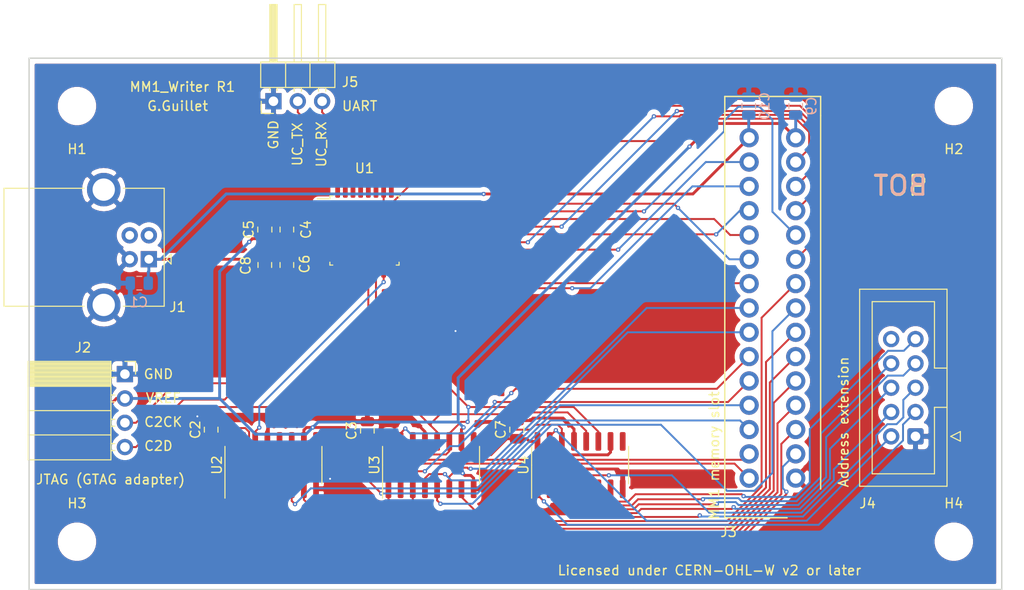
<source format=kicad_pcb>
(kicad_pcb (version 20171130) (host pcbnew "(5.1.8)-1")
  (title_block (title MM1_Writer) (date 2020-11-25) (rev R1) (company "Guillaume Guillet") (comment 1 "Copyright Guillaume Guillet 2020") (comment 2 "Licensed under CERN-OHL-W v2 or later"))
  (layers (0 F.Cu signal) (31 B.Cu signal) (34 B.Paste user) (35 F.Paste user) (36 B.SilkS user) (37 F.SilkS user) (38 B.Mask user) (39 F.Mask user) (44 Edge.Cuts user))
  (net 0 "")
  (net 1 +5V)
  (net 2 GND)
  (net 3 +3V3)
  (net 4 /SERIAL_IN)
  (net 5 /SRCLK)
  (net 6 /RCLK)
  (net 7 /MEMDATA_0)
  (net 8 /MEMDATA_2)
  (net 9 /MEMDATA_1)
  (net 10 /MEMDATA_4)
  (net 11 /MEMDATA_3)
  (net 12 /MEMDATA_6)
  (net 13 /MEMDATA_5)
  (net 14 /MEMDATA_7)
  (net 15 /MEM_FEEDBACK)
  (net 16 "Net-(U3-Pad9)")
  (net 17 /MEM_~OE)
  (net 18 /MEM_~WE)
  (net 19 "Net-(J1-Pad2)")
  (net 20 "Net-(J1-Pad3)")
  (net 21 /C2CK)
  (net 22 /C2D)
  (net 23 /MEMADDRESS_0)
  (net 24 /MEMADDRESS_2)
  (net 25 /MEMADDRESS_1)
  (net 26 /MEMADDRESS_4)
  (net 27 /MEMADDRESS_3)
  (net 28 /MEMADDRESS_6)
  (net 29 /MEMADDRESS_5)
  (net 30 /MEMADDRESS_8)
  (net 31 /MEMADDRESS_7)
  (net 32 /MEMADDRESS_10)
  (net 33 /MEMADDRESS_9)
  (net 34 /MEMADDRESS_12)
  (net 35 /MEMADDRESS_11)
  (net 36 /MEMADDRESS_14)
  (net 37 /MEMADDRESS_13)
  (net 38 /MEMADDRESS_15)
  (net 39 /MEM_~CE)
  (net 40 /MEMADDRESS_17)
  (net 41 /MEMADDRESS_19)
  (net 42 /MEMADDRESS_21)
  (net 43 /MEMADDRESS_23)
  (net 44 /MEMADDRESS_16)
  (net 45 /MEMADDRESS_18)
  (net 46 /MEMADDRESS_20)
  (net 47 /MEMADDRESS_22)
  (net 48 "Net-(U1-Pad1)")
  (net 49 "Net-(U1-Pad2)")
  (net 50 "Net-(U1-Pad4)")
  (net 51 "Net-(U1-Pad5)")
  (net 52 "Net-(U1-Pad8)")
  (net 53 "Net-(U1-Pad11)")
  (net 54 "Net-(U1-Pad12)")
  (net 55 "Net-(U1-Pad27)")
  (net 56 "Net-(U1-Pad28)")
  (net 57 "Net-(U1-Pad31)")
  (net 58 "Net-(U1-Pad32)")
  (net 59 "Net-(U2-Pad9)")
  (net 60 "Net-(U4-Pad9)")
  (net 61 /UC_TX)
  (net 62 /UC_RX)
  (module TE5530843-2:TE_5530843-2 (layer F.Cu) (at 151.6 86 90)
    (fp_text reference J3 (at -23.5 -4.6 180) (layer F.SilkS))
    (fp_text value MM1_receptacle_5530843-2)
    (pad 29 thru_hole circle (at 17.69 2.4 90) (size 2 2) (drill 1.1684) (layers *.Cu *.Mask) (net 3 +3V3))
    (pad 30 thru_hole circle (at 17.69 -2.46 90) (size 2 2) (drill 1.1684) (layers *.Cu *.Mask) (net 1 +5V))
    (pad 27 thru_hole circle (at 15.15 2.4 90) (size 2 2) (drill 1.1684) (layers *.Cu *.Mask) (net 17 /MEM_~OE))
    (pad 28 thru_hole circle (at 15.15 -2.46 90) (size 2 2) (drill 1.1684) (layers *.Cu *.Mask) (net 39 /MEM_~CE))
    (pad 25 thru_hole circle (at 12.61 2.4 90) (size 2 2) (drill 1.1684) (layers *.Cu *.Mask) (net 14 /MEMDATA_7))
    (pad 26 thru_hole circle (at 12.61 -2.46 90) (size 2 2) (drill 1.1684) (layers *.Cu *.Mask) (net 18 /MEM_~WE))
    (pad 23 thru_hole circle (at 10.07 2.4 90) (size 2 2) (drill 1.1684) (layers *.Cu *.Mask) (net 13 /MEMDATA_5))
    (pad 24 thru_hole circle (at 10.07 -2.46 90) (size 2 2) (drill 1.1684) (layers *.Cu *.Mask) (net 12 /MEMDATA_6))
    (pad 21 thru_hole circle (at 7.53 2.4 90) (size 2 2) (drill 1.1684) (layers *.Cu *.Mask) (net 11 /MEMDATA_3))
    (pad 22 thru_hole circle (at 7.53 -2.46 90) (size 2 2) (drill 1.1684) (layers *.Cu *.Mask) (net 10 /MEMDATA_4))
    (pad 19 thru_hole circle (at 4.99 2.4 90) (size 2 2) (drill 1.1684) (layers *.Cu *.Mask) (net 9 /MEMDATA_1))
    (pad 20 thru_hole circle (at 4.99 -2.46 90) (size 2 2) (drill 1.1684) (layers *.Cu *.Mask) (net 8 /MEMDATA_2))
    (pad 17 thru_hole circle (at 2.45 2.4 90) (size 2 2) (drill 1.1684) (layers *.Cu *.Mask) (net 38 /MEMADDRESS_15))
    (pad 18 thru_hole circle (at 2.45 -2.46 90) (size 2 2) (drill 1.1684) (layers *.Cu *.Mask) (net 7 /MEMDATA_0))
    (pad 15 thru_hole circle (at -0.09 2.4 90) (size 2 2) (drill 1.1684) (layers *.Cu *.Mask) (net 37 /MEMADDRESS_13))
    (pad 16 thru_hole circle (at -0.09 -2.46 90) (size 2 2) (drill 1.1684) (layers *.Cu *.Mask) (net 36 /MEMADDRESS_14))
    (pad 13 thru_hole circle (at -2.63 2.4 90) (size 2 2) (drill 1.1684) (layers *.Cu *.Mask) (net 35 /MEMADDRESS_11))
    (pad 14 thru_hole circle (at -2.63 -2.46 90) (size 2 2) (drill 1.1684) (layers *.Cu *.Mask) (net 34 /MEMADDRESS_12))
    (pad 11 thru_hole circle (at -5.17 2.4 90) (size 2 2) (drill 1.1684) (layers *.Cu *.Mask) (net 33 /MEMADDRESS_9))
    (pad 12 thru_hole circle (at -5.17 -2.46 90) (size 2 2) (drill 1.1684) (layers *.Cu *.Mask) (net 32 /MEMADDRESS_10))
    (pad 9 thru_hole circle (at -7.71 2.4 90) (size 2 2) (drill 1.1684) (layers *.Cu *.Mask) (net 31 /MEMADDRESS_7))
    (pad 10 thru_hole circle (at -7.71 -2.46 90) (size 2 2) (drill 1.1684) (layers *.Cu *.Mask) (net 30 /MEMADDRESS_8))
    (pad 7 thru_hole circle (at -10.25 2.4 90) (size 2 2) (drill 1.1684) (layers *.Cu *.Mask) (net 29 /MEMADDRESS_5))
    (pad 8 thru_hole circle (at -10.25 -2.46 90) (size 2 2) (drill 1.1684) (layers *.Cu *.Mask) (net 28 /MEMADDRESS_6))
    (pad 5 thru_hole circle (at -12.79 2.4 90) (size 2 2) (drill 1.1684) (layers *.Cu *.Mask) (net 27 /MEMADDRESS_3))
    (pad 6 thru_hole circle (at -12.79 -2.46 90) (size 2 2) (drill 1.1684) (layers *.Cu *.Mask) (net 26 /MEMADDRESS_4))
    (pad 3 thru_hole circle (at -15.33 2.4 90) (size 2 2) (drill 1.1684) (layers *.Cu *.Mask) (net 25 /MEMADDRESS_1))
    (pad 4 thru_hole circle (at -15.33 -2.46 90) (size 2 2) (drill 1.1684) (layers *.Cu *.Mask) (net 24 /MEMADDRESS_2))
    (pad 1 thru_hole circle (at -17.86 2.4 90) (size 2 2) (drill 1.1684) (layers *.Cu *.Mask) (net 2 GND))
    (pad 2 thru_hole circle (at -17.87 -2.46 90) (size 2 2) (drill 1.1684) (layers *.Cu *.Mask) (net 23 /MEMADDRESS_0))
  )
  (module Capacitor_SMD:C_0805_2012Metric (layer B.Cu) (at 85.5 83.5 180)
    (fp_text reference C1 (at 0.0625 -2 180) (layer B.SilkS) (effects (justify mirror)))
    (fp_text value 100nF)
    (pad 2 smd roundrect (at 0.9375 0 180) (size 0.975 1.4) (layers B.Cu B.Paste B.Mask) (net 2 GND))
    (pad 1 smd roundrect (at -0.9375 0 180) (size 0.975 1.4) (layers B.Cu B.Paste B.Mask) (net 1 +5V))
  )
  (module Capacitor_SMD:C_0805_2012Metric (layer F.Cu) (at 93 98.8 90)
    (fp_text reference C2 (at 0 -1.65 90) (layer F.SilkS))
    (fp_text value 10nF)
    (pad 2 smd roundrect (at 0.9375 0 90) (size 0.975 1.4) (layers F.Cu F.Paste F.Mask) (net 2 GND))
    (pad 1 smd roundrect (at -0.9375 0 90) (size 0.975 1.4) (layers F.Cu F.Paste F.Mask) (net 3 +3V3))
  )
  (module Capacitor_SMD:C_0805_2012Metric (layer F.Cu) (at 109.3 98.9 90)
    (fp_text reference C3 (at 0 -1.65 270) (layer F.SilkS))
    (fp_text value 10nF)
    (pad 2 smd roundrect (at 0.9375 0 90) (size 0.975 1.4) (layers F.Cu F.Paste F.Mask) (net 2 GND))
    (pad 1 smd roundrect (at -0.9375 0 90) (size 0.975 1.4) (layers F.Cu F.Paste F.Mask) (net 3 +3V3))
  )
  (module Capacitor_SMD:C_0805_2012Metric (layer F.Cu) (at 100.9 77.9 90)
    (fp_text reference C4 (at 0 2 90) (layer F.SilkS))
    (fp_text value 1uF)
    (pad 1 smd roundrect (at -0.9375 0 90) (size 0.975 1.4) (layers F.Cu F.Paste F.Mask) (net 3 +3V3))
    (pad 2 smd roundrect (at 0.9375 0 90) (size 0.975 1.4) (layers F.Cu F.Paste F.Mask) (net 2 GND))
  )
  (module Capacitor_SMD:C_0805_2012Metric (layer F.Cu) (at 100.9 81.6 270)
    (fp_text reference C6 (at -0.1 -1.85 90) (layer F.SilkS))
    (fp_text value 1uF)
    (pad 2 smd roundrect (at 0.9375 0 270) (size 0.975 1.4) (layers F.Cu F.Paste F.Mask) (net 2 GND))
    (pad 1 smd roundrect (at -0.9375 0 270) (size 0.975 1.4) (layers F.Cu F.Paste F.Mask) (net 1 +5V))
  )
  (module Capacitor_SMD:C_0805_2012Metric (layer F.Cu) (at 98.6 81.6 270)
    (fp_text reference C8 (at 0.0625 2 90) (layer F.SilkS))
    (fp_text value 100nF)
    (pad 1 smd roundrect (at -0.9375 0 270) (size 0.975 1.4) (layers F.Cu F.Paste F.Mask) (net 1 +5V))
    (pad 2 smd roundrect (at 0.9375 0 270) (size 0.975 1.4) (layers F.Cu F.Paste F.Mask) (net 2 GND))
  )
  (module Capacitor_SMD:C_0805_2012Metric (layer B.Cu) (at 154 65 90)
    (fp_text reference C9 (at 0 1.65 270) (layer B.SilkS) (effects (justify mirror)))
    (fp_text value 100nF)
    (pad 1 smd roundrect (at -0.9375 0 90) (size 0.975 1.4) (layers B.Cu B.Paste B.Mask) (net 3 +3V3))
    (pad 2 smd roundrect (at 0.9375 0 90) (size 0.975 1.4) (layers B.Cu B.Paste B.Mask) (net 2 GND))
  )
  (module Capacitor_SMD:C_0805_2012Metric (layer B.Cu) (at 149.1 65 90)
    (fp_text reference C10 (at 0 1.65 90) (layer B.SilkS) (effects (justify mirror)))
    (fp_text value 100nF)
    (pad 1 smd roundrect (at -0.9375 0 90) (size 0.975 1.4) (layers B.Cu B.Paste B.Mask) (net 1 +5V))
    (pad 2 smd roundrect (at 0.9375 0 90) (size 0.975 1.4) (layers B.Cu B.Paste B.Mask) (net 2 GND))
  )
  (module Package_SO:SOIC-16_3.9x9.9mm_P1.27mm (layer F.Cu) (at 115.945 102.5 90)
    (fp_text reference U3 (at 0 -5.9 90) (layer F.SilkS))
    (fp_text value 74AHC595)
    (pad 16 smd roundrect (at 2.475 -4.445 90) (size 1.95 0.6) (layers F.Cu F.Paste F.Mask) (net 3 +3V3))
    (pad 15 smd roundrect (at 2.475 -3.175 90) (size 1.95 0.6) (layers F.Cu F.Paste F.Mask) (net 30 /MEMADDRESS_8))
    (pad 14 smd roundrect (at 2.475 -1.905 90) (size 1.95 0.6) (layers F.Cu F.Paste F.Mask) (net 59 "Net-(U2-Pad9)"))
    (pad 13 smd roundrect (at 2.475 -0.635 90) (size 1.95 0.6) (layers F.Cu F.Paste F.Mask) (net 2 GND))
    (pad 12 smd roundrect (at 2.475 0.635 90) (size 1.95 0.6) (layers F.Cu F.Paste F.Mask) (net 6 /RCLK))
    (pad 11 smd roundrect (at 2.475 1.905 90) (size 1.95 0.6) (layers F.Cu F.Paste F.Mask) (net 5 /SRCLK))
    (pad 10 smd roundrect (at 2.475 3.175 90) (size 1.95 0.6) (layers F.Cu F.Paste F.Mask) (net 3 +3V3))
    (pad 9 smd roundrect (at 2.475 4.445 90) (size 1.95 0.6) (layers F.Cu F.Paste F.Mask) (net 16 "Net-(U3-Pad9)"))
    (pad 8 smd roundrect (at -2.475 4.445 90) (size 1.95 0.6) (layers F.Cu F.Paste F.Mask) (net 2 GND))
    (pad 7 smd roundrect (at -2.475 3.175 90) (size 1.95 0.6) (layers F.Cu F.Paste F.Mask) (net 38 /MEMADDRESS_15))
    (pad 6 smd roundrect (at -2.475 1.905 90) (size 1.95 0.6) (layers F.Cu F.Paste F.Mask) (net 36 /MEMADDRESS_14))
    (pad 5 smd roundrect (at -2.475 0.635 90) (size 1.95 0.6) (layers F.Cu F.Paste F.Mask) (net 37 /MEMADDRESS_13))
    (pad 4 smd roundrect (at -2.475 -0.635 90) (size 1.95 0.6) (layers F.Cu F.Paste F.Mask) (net 34 /MEMADDRESS_12))
    (pad 3 smd roundrect (at -2.475 -1.905 90) (size 1.95 0.6) (layers F.Cu F.Paste F.Mask) (net 35 /MEMADDRESS_11))
    (pad 2 smd roundrect (at -2.475 -3.175 90) (size 1.95 0.6) (layers F.Cu F.Paste F.Mask) (net 32 /MEMADDRESS_10))
    (pad 1 smd roundrect (at -2.475 -4.445 90) (size 1.95 0.6) (layers F.Cu F.Paste F.Mask) (net 33 /MEMADDRESS_9))
  )
  (module Capacitor_SMD:C_0805_2012Metric (layer F.Cu) (at 98.6 77.9 90)
    (fp_text reference C5 (at 0 -1.68 90) (layer F.SilkS))
    (fp_text value 100nF)
    (pad 1 smd roundrect (at -0.95 0 90) (size 1 1.45) (layers F.Cu F.Paste F.Mask) (net 3 +3V3))
    (pad 2 smd roundrect (at 0.95 0 90) (size 1 1.45) (layers F.Cu F.Paste F.Mask) (net 2 GND))
  )
  (module Capacitor_SMD:C_0805_2012Metric (layer F.Cu) (at 124.9 98.8 90)
    (fp_text reference C7 (at 0 -1.68 90) (layer F.SilkS))
    (fp_text value 10nF)
    (pad 2 smd roundrect (at 0.95 0 90) (size 1 1.45) (layers F.Cu F.Paste F.Mask) (net 2 GND))
    (pad 1 smd roundrect (at -0.95 0 90) (size 1 1.45) (layers F.Cu F.Paste F.Mask) (net 3 +3V3))
  )
  (module MountingHole:MountingHole_3mm (layer F.Cu) (at 79 65)
    (fp_text reference H1 (at 0 4.5) (layer F.SilkS))
    (fp_text value MountingHole_3mm)
    (pad 1 np_thru_hole circle (at 0 0) (size 3 3) (drill 3) (layers *.Cu *.Mask))
  )
  (module MountingHole:MountingHole_3mm (layer F.Cu) (at 170.5 65)
    (fp_text reference H2 (at 0 4.5) (layer F.SilkS))
    (fp_text value MountingHole_3mm)
    (pad 1 np_thru_hole circle (at 0 0) (size 3 3) (drill 3) (layers *.Cu *.Mask))
  )
  (module MountingHole:MountingHole_3mm (layer F.Cu) (at 79 110.5)
    (fp_text reference H3 (at 0 -4) (layer F.SilkS))
    (fp_text value MountingHole_3mm)
    (pad 1 np_thru_hole circle (at 0 0) (size 3 3) (drill 3) (layers *.Cu *.Mask))
  )
  (module MountingHole:MountingHole_3mm (layer F.Cu) (at 170.5 110.5)
    (fp_text reference H4 (at 0 -4) (layer F.SilkS))
    (fp_text value MountingHole_3mm)
    (pad 1 np_thru_hole circle (at 0 0) (size 3 3) (drill 3) (layers *.Cu *.Mask))
  )
  (module Connector_USB:USB_B_OST_USB-B1HSxx_Horizontal (layer F.Cu) (at 86.5 81 180)
    (fp_text reference J1 (at -3 -5) (layer F.SilkS))
    (fp_text value USB_B)
    (pad 1 thru_hole rect (at 0 0 180) (size 1.7 1.7) (drill 0.92) (layers *.Cu *.Mask) (net 1 +5V))
    (pad 2 thru_hole circle (at 0 2.5 180) (size 1.7 1.7) (drill 0.92) (layers *.Cu *.Mask) (net 19 "Net-(J1-Pad2)"))
    (pad 3 thru_hole circle (at 2 2.5 180) (size 1.7 1.7) (drill 0.92) (layers *.Cu *.Mask) (net 20 "Net-(J1-Pad3)"))
    (pad 4 thru_hole circle (at 2 0 180) (size 1.7 1.7) (drill 0.92) (layers *.Cu *.Mask) (net 2 GND))
    (pad 5 thru_hole circle (at 4.71 -4.77 180) (size 3.5 3.5) (drill 2.33) (layers *.Cu *.Mask) (net 2 GND))
    (pad 5 thru_hole circle (at 4.71 7.27 180) (size 3.5 3.5) (drill 2.33) (layers *.Cu *.Mask) (net 2 GND))
  )
  (module Connector_PinSocket_2.54mm:PinSocket_1x04_P2.54mm_Horizontal (layer F.Cu) (at 84 93)
    (fp_text reference J2 (at -4.38 -2.77) (layer F.SilkS))
    (fp_text value "JTAG (GTAG_adapter)")
    (pad 1 thru_hole rect (at 0 0) (size 1.7 1.7) (drill 1) (layers *.Cu *.Mask) (net 2 GND))
    (pad 2 thru_hole oval (at 0 2.54) (size 1.7 1.7) (drill 1) (layers *.Cu *.Mask) (net 3 +3V3))
    (pad 3 thru_hole oval (at 0 5.08) (size 1.7 1.7) (drill 1) (layers *.Cu *.Mask) (net 21 /C2CK))
    (pad 4 thru_hole oval (at 0 7.62) (size 1.7 1.7) (drill 1) (layers *.Cu *.Mask) (net 22 /C2D))
  )
  (module Connector_IDC:IDC-Header_2x05_P2.54mm_Vertical (layer F.Cu) (at 166.5 99.5 180)
    (fp_text reference J4 (at 5 -7) (layer F.SilkS))
    (fp_text value MM1_addressExtension)
    (pad 1 thru_hole roundrect (at 0 0 180) (size 1.7 1.7) (drill 1) (layers *.Cu *.Mask) (roundrect_rratio 0.1470588235294118) (net 2 GND))
    (pad 3 thru_hole circle (at 0 2.54 180) (size 1.7 1.7) (drill 1) (layers *.Cu *.Mask) (net 40 /MEMADDRESS_17))
    (pad 5 thru_hole circle (at 0 5.08 180) (size 1.7 1.7) (drill 1) (layers *.Cu *.Mask) (net 41 /MEMADDRESS_19))
    (pad 7 thru_hole circle (at 0 7.62 180) (size 1.7 1.7) (drill 1) (layers *.Cu *.Mask) (net 42 /MEMADDRESS_21))
    (pad 9 thru_hole circle (at 0 10.16 180) (size 1.7 1.7) (drill 1) (layers *.Cu *.Mask) (net 43 /MEMADDRESS_23))
    (pad 2 thru_hole circle (at 2.54 0 180) (size 1.7 1.7) (drill 1) (layers *.Cu *.Mask) (net 44 /MEMADDRESS_16))
    (pad 4 thru_hole circle (at 2.54 2.54 180) (size 1.7 1.7) (drill 1) (layers *.Cu *.Mask) (net 45 /MEMADDRESS_18))
    (pad 6 thru_hole circle (at 2.54 5.08 180) (size 1.7 1.7) (drill 1) (layers *.Cu *.Mask) (net 46 /MEMADDRESS_20))
    (pad 8 thru_hole circle (at 2.54 7.62 180) (size 1.7 1.7) (drill 1) (layers *.Cu *.Mask) (net 47 /MEMADDRESS_22))
    (pad 10 thru_hole circle (at 2.54 10.16 180) (size 1.7 1.7) (drill 1) (layers *.Cu *.Mask) (net 15 /MEM_FEEDBACK))
  )
  (module Package_QFP:LQFP-32_7x7mm_P0.8mm (layer F.Cu) (at 109 78)
    (fp_text reference U1 (at 0 -6.5) (layer F.SilkS))
    (fp_text value C8051F385-GQ)
    (pad 1 smd roundrect (at -4.175 -2.8) (size 1.5 0.5) (layers F.Cu F.Paste F.Mask) (net 48 "Net-(U1-Pad1)"))
    (pad 2 smd roundrect (at -4.175 -2) (size 1.5 0.5) (layers F.Cu F.Paste F.Mask) (net 49 "Net-(U1-Pad2)"))
    (pad 3 smd roundrect (at -4.175 -1.2) (size 1.5 0.5) (layers F.Cu F.Paste F.Mask) (net 2 GND))
    (pad 4 smd roundrect (at -4.175 -0.4) (size 1.5 0.5) (layers F.Cu F.Paste F.Mask) (net 50 "Net-(U1-Pad4)"))
    (pad 5 smd roundrect (at -4.175 0.4) (size 1.5 0.5) (layers F.Cu F.Paste F.Mask) (net 51 "Net-(U1-Pad5)"))
    (pad 6 smd roundrect (at -4.175 1.2) (size 1.5 0.5) (layers F.Cu F.Paste F.Mask) (net 3 +3V3))
    (pad 7 smd roundrect (at -4.175 2) (size 1.5 0.5) (layers F.Cu F.Paste F.Mask) (net 1 +5V))
    (pad 8 smd roundrect (at -4.175 2.8) (size 1.5 0.5) (layers F.Cu F.Paste F.Mask) (net 52 "Net-(U1-Pad8)"))
    (pad 9 smd roundrect (at -2.8 4.175) (size 0.5 1.5) (layers F.Cu F.Paste F.Mask) (net 21 /C2CK))
    (pad 10 smd roundrect (at -2 4.175) (size 0.5 1.5) (layers F.Cu F.Paste F.Mask) (net 22 /C2D))
    (pad 11 smd roundrect (at -1.2 4.175) (size 0.5 1.5) (layers F.Cu F.Paste F.Mask) (net 53 "Net-(U1-Pad11)"))
    (pad 12 smd roundrect (at -0.4 4.175) (size 0.5 1.5) (layers F.Cu F.Paste F.Mask) (net 54 "Net-(U1-Pad12)"))
    (pad 13 smd roundrect (at 0.4 4.175) (size 0.5 1.5) (layers F.Cu F.Paste F.Mask) (net 6 /RCLK))
    (pad 14 smd roundrect (at 1.2 4.175) (size 0.5 1.5) (layers F.Cu F.Paste F.Mask) (net 5 /SRCLK))
    (pad 15 smd roundrect (at 2 4.175) (size 0.5 1.5) (layers F.Cu F.Paste F.Mask) (net 4 /SERIAL_IN))
    (pad 16 smd roundrect (at 2.8 4.175) (size 0.5 1.5) (layers F.Cu F.Paste F.Mask) (net 18 /MEM_~WE))
    (pad 17 smd roundrect (at 4.175 2.8) (size 1.5 0.5) (layers F.Cu F.Paste F.Mask) (net 17 /MEM_~OE))
    (pad 18 smd roundrect (at 4.175 2) (size 1.5 0.5) (layers F.Cu F.Paste F.Mask) (net 39 /MEM_~CE))
    (pad 19 smd roundrect (at 4.175 1.2) (size 1.5 0.5) (layers F.Cu F.Paste F.Mask) (net 14 /MEMDATA_7))
    (pad 20 smd roundrect (at 4.175 0.4) (size 1.5 0.5) (layers F.Cu F.Paste F.Mask) (net 12 /MEMDATA_6))
    (pad 21 smd roundrect (at 4.175 -0.4) (size 1.5 0.5) (layers F.Cu F.Paste F.Mask) (net 13 /MEMDATA_5))
    (pad 22 smd roundrect (at 4.175 -1.2) (size 1.5 0.5) (layers F.Cu F.Paste F.Mask) (net 10 /MEMDATA_4))
    (pad 23 smd roundrect (at 4.175 -2) (size 1.5 0.5) (layers F.Cu F.Paste F.Mask) (net 11 /MEMDATA_3))
    (pad 24 smd roundrect (at 4.175 -2.8) (size 1.5 0.5) (layers F.Cu F.Paste F.Mask) (net 8 /MEMDATA_2))
    (pad 25 smd roundrect (at 2.8 -4.175) (size 0.5 1.5) (layers F.Cu F.Paste F.Mask) (net 9 /MEMDATA_1))
    (pad 26 smd roundrect (at 2 -4.175) (size 0.5 1.5) (layers F.Cu F.Paste F.Mask) (net 7 /MEMDATA_0))
    (pad 27 smd roundrect (at 1.2 -4.175) (size 0.5 1.5) (layers F.Cu F.Paste F.Mask) (net 55 "Net-(U1-Pad27)"))
    (pad 28 smd roundrect (at 0.4 -4.175) (size 0.5 1.5) (layers F.Cu F.Paste F.Mask) (net 56 "Net-(U1-Pad28)"))
    (pad 29 smd roundrect (at -0.4 -4.175) (size 0.5 1.5) (layers F.Cu F.Paste F.Mask) (net 62 /UC_RX))
    (pad 30 smd roundrect (at -1.2 -4.175) (size 0.5 1.5) (layers F.Cu F.Paste F.Mask) (net 61 /UC_TX))
    (pad 31 smd roundrect (at -2 -4.175) (size 0.5 1.5) (layers F.Cu F.Paste F.Mask) (net 57 "Net-(U1-Pad31)"))
    (pad 32 smd roundrect (at -2.8 -4.175) (size 0.5 1.5) (layers F.Cu F.Paste F.Mask) (net 58 "Net-(U1-Pad32)"))
  )
  (module Package_SO:SOIC-16_3.9x9.9mm_P1.27mm (layer F.Cu) (at 99.5 102.5 90)
    (fp_text reference U2 (at 0 -5.9 90) (layer F.SilkS))
    (fp_text value 74AHC595)
    (pad 1 smd roundrect (at -2.475 -4.445 90) (size 1.95 0.6) (layers F.Cu F.Paste F.Mask) (net 25 /MEMADDRESS_1))
    (pad 2 smd roundrect (at -2.475 -3.175 90) (size 1.95 0.6) (layers F.Cu F.Paste F.Mask) (net 24 /MEMADDRESS_2))
    (pad 3 smd roundrect (at -2.475 -1.905 90) (size 1.95 0.6) (layers F.Cu F.Paste F.Mask) (net 27 /MEMADDRESS_3))
    (pad 4 smd roundrect (at -2.475 -0.635 90) (size 1.95 0.6) (layers F.Cu F.Paste F.Mask) (net 26 /MEMADDRESS_4))
    (pad 5 smd roundrect (at -2.475 0.635 90) (size 1.95 0.6) (layers F.Cu F.Paste F.Mask) (net 29 /MEMADDRESS_5))
    (pad 6 smd roundrect (at -2.475 1.905 90) (size 1.95 0.6) (layers F.Cu F.Paste F.Mask) (net 28 /MEMADDRESS_6))
    (pad 7 smd roundrect (at -2.475 3.175 90) (size 1.95 0.6) (layers F.Cu F.Paste F.Mask) (net 31 /MEMADDRESS_7))
    (pad 8 smd roundrect (at -2.475 4.445 90) (size 1.95 0.6) (layers F.Cu F.Paste F.Mask) (net 2 GND))
    (pad 9 smd roundrect (at 2.475 4.445 90) (size 1.95 0.6) (layers F.Cu F.Paste F.Mask) (net 59 "Net-(U2-Pad9)"))
    (pad 10 smd roundrect (at 2.475 3.175 90) (size 1.95 0.6) (layers F.Cu F.Paste F.Mask) (net 3 +3V3))
    (pad 11 smd roundrect (at 2.475 1.905 90) (size 1.95 0.6) (layers F.Cu F.Paste F.Mask) (net 5 /SRCLK))
    (pad 12 smd roundrect (at 2.475 0.635 90) (size 1.95 0.6) (layers F.Cu F.Paste F.Mask) (net 6 /RCLK))
    (pad 13 smd roundrect (at 2.475 -0.635 90) (size 1.95 0.6) (layers F.Cu F.Paste F.Mask) (net 2 GND))
    (pad 14 smd roundrect (at 2.475 -1.905 90) (size 1.95 0.6) (layers F.Cu F.Paste F.Mask) (net 4 /SERIAL_IN))
    (pad 15 smd roundrect (at 2.475 -3.175 90) (size 1.95 0.6) (layers F.Cu F.Paste F.Mask) (net 23 /MEMADDRESS_0))
    (pad 16 smd roundrect (at 2.475 -4.445 90) (size 1.95 0.6) (layers F.Cu F.Paste F.Mask) (net 3 +3V3))
  )
  (module Package_SO:SOIC-16_3.9x9.9mm_P1.27mm (layer F.Cu) (at 131.5 102.5 90)
    (fp_text reference U4 (at 0 -5.9 90) (layer F.SilkS))
    (fp_text value 74AHC595)
    (pad 16 smd roundrect (at 2.475 -4.445 90) (size 1.95 0.6) (layers F.Cu F.Paste F.Mask) (net 3 +3V3))
    (pad 15 smd roundrect (at 2.475 -3.175 90) (size 1.95 0.6) (layers F.Cu F.Paste F.Mask) (net 44 /MEMADDRESS_16))
    (pad 14 smd roundrect (at 2.475 -1.905 90) (size 1.95 0.6) (layers F.Cu F.Paste F.Mask) (net 16 "Net-(U3-Pad9)"))
    (pad 13 smd roundrect (at 2.475 -0.635 90) (size 1.95 0.6) (layers F.Cu F.Paste F.Mask) (net 2 GND))
    (pad 12 smd roundrect (at 2.475 0.635 90) (size 1.95 0.6) (layers F.Cu F.Paste F.Mask) (net 6 /RCLK))
    (pad 11 smd roundrect (at 2.475 1.905 90) (size 1.95 0.6) (layers F.Cu F.Paste F.Mask) (net 5 /SRCLK))
    (pad 10 smd roundrect (at 2.475 3.175 90) (size 1.95 0.6) (layers F.Cu F.Paste F.Mask) (net 3 +3V3))
    (pad 9 smd roundrect (at 2.475 4.445 90) (size 1.95 0.6) (layers F.Cu F.Paste F.Mask) (net 60 "Net-(U4-Pad9)"))
    (pad 8 smd roundrect (at -2.475 4.445 90) (size 1.95 0.6) (layers F.Cu F.Paste F.Mask) (net 2 GND))
    (pad 7 smd roundrect (at -2.475 3.175 90) (size 1.95 0.6) (layers F.Cu F.Paste F.Mask) (net 43 /MEMADDRESS_23))
    (pad 6 smd roundrect (at -2.475 1.905 90) (size 1.95 0.6) (layers F.Cu F.Paste F.Mask) (net 47 /MEMADDRESS_22))
    (pad 5 smd roundrect (at -2.475 0.635 90) (size 1.95 0.6) (layers F.Cu F.Paste F.Mask) (net 42 /MEMADDRESS_21))
    (pad 4 smd roundrect (at -2.475 -0.635 90) (size 1.95 0.6) (layers F.Cu F.Paste F.Mask) (net 46 /MEMADDRESS_20))
    (pad 3 smd roundrect (at -2.475 -1.905 90) (size 1.95 0.6) (layers F.Cu F.Paste F.Mask) (net 41 /MEMADDRESS_19))
    (pad 2 smd roundrect (at -2.475 -3.175 90) (size 1.95 0.6) (layers F.Cu F.Paste F.Mask) (net 45 /MEMADDRESS_18))
    (pad 1 smd roundrect (at -2.475 -4.445 90) (size 1.95 0.6) (layers F.Cu F.Paste F.Mask) (net 40 /MEMADDRESS_17))
  )
  (module Connector_PinHeader_2.54mm:PinHeader_1x03_P2.54mm_Horizontal (layer F.Cu) (at 99.5 64.5 90)
    (fp_text reference J5 (at 2 8 180) (layer F.SilkS))
    (fp_text value UART)
    (pad 1 thru_hole rect (at 0 0 90) (size 1.7 1.7) (drill 1) (layers *.Cu *.Mask) (net 2 GND))
    (pad 2 thru_hole oval (at 0 2.54 90) (size 1.7 1.7) (drill 1) (layers *.Cu *.Mask) (net 61 /UC_TX))
    (pad 3 thru_hole oval (at 0 5.08 90) (size 1.7 1.7) (drill 1) (layers *.Cu *.Mask) (net 62 /UC_RX))
  )
  (gr_text "JTAG (GTAG adapter)" (at 82.5 104) (layer F.SilkS) (effects (font (size 1 1))))
  (gr_text UART (at 108.5 65) (layer F.SilkS) (effects (font (size 1 1))))
  (gr_text UC_RX (at 104.5 69 90) (layer F.SilkS) (effects (font (size 1 1))))
  (gr_text UC_TX (at 102 69 90) (layer F.SilkS) (effects (font (size 1 1))))
  (gr_text GND (at 99.5 68 90) (layer F.SilkS) (effects (font (size 1 1))))
  (gr_text GND (at 87.5 93) (layer F.SilkS) (effects (font (size 1 1))))
  (gr_text VREF (at 88 95.5) (layer F.SilkS) (effects (font (size 1 1))))
  (gr_text C2CK (at 88 98) (layer F.SilkS) (effects (font (size 1 1))))
  (gr_text C2D (at 87.5 100.5) (layer F.SilkS) (effects (font (size 1 1))))
  (gr_text "Licensed under CERN-OHL-W v2 or later" (at 145 113.5) (layer F.SilkS) (effects (font (size 1 1))))
  (gr_text BOT (at 164.94 73.3) (layer B.SilkS) (effects (font (size 2 2) (thickness 0.3)) (justify mirror)))
  (gr_text TOP (at 164.94 73.33) (layer F.SilkS) (effects (font (size 2 2) (thickness 0.3))))
  (gr_text "Address extension" (at 159 98 90) (layer F.SilkS) (effects (font (size 1 1))))
  (gr_text "MM1 memory slot" (at 145.5 101.5 90) (layer F.SilkS) (effects (font (size 1 1))))
  (gr_text G.Guillet (at 89.5 65) (layer F.SilkS) (effects (font (size 1 1))))
  (gr_text "MM1_Writer R1" (at 90 63) (layer F.SilkS) (effects (font (size 1 1))))
  (gr_line (start 175.5 115.5) (end 74 115.5) (layer Edge.Cuts) (width 0.15))
  (gr_line (start 175.5 60) (end 74 60) (layer Edge.Cuts) (width 0.15))
  (gr_line (start 175.5 60) (end 175.5 115.5) (layer Edge.Cuts) (width 0.15))
  (gr_line (start 74 115.5) (end 74 60) (layer Edge.Cuts) (width 0.15))
  (segment (start 86.5 81) (end 87.7503 81) (width 0.3) (layer B.Cu) (net 1))
  (segment (start 87.7503 81) (end 94.5663 74.184) (width 0.3) (layer B.Cu) (net 1))
  (segment (start 94.5663 74.184) (end 121.4344 74.184) (width 0.3) (layer B.Cu) (net 1))
  (segment (start 86.5 81.0191) (end 86.5 81) (width 0.3) (layer B.Cu) (net 1))
  (segment (start 121.4344 74.184) (end 143.266 74.184) (width 0.3) (layer F.Cu) (net 1))
  (segment (start 143.266 74.184) (end 149.14 68.31) (width 0.3) (layer F.Cu) (net 1))
  (segment (start 100.9 80.6625) (end 101.49 80.6625) (width 0.3) (layer F.Cu) (net 1))
  (segment (start 104.825 80) (end 103.02 80) (width 0.3) (layer F.Cu) (net 1))
  (segment (start 86.5 81) (end 96.69 81) (width 0.3) (layer F.Cu) (net 1))
  (segment (start 100.9 80.6625) (end 98.6 80.6625) (width 0.3) (layer F.Cu) (net 1))
  (segment (start 86.5 81.0191) (end 86.5 82.2503) (width 0.3) (layer B.Cu) (net 1))
  (segment (start 149.1 65.9375) (end 149.1 68.27) (width 0.3) (layer B.Cu) (net 1))
  (segment (start 149.1 68.27) (end 149.14 68.31) (width 0.3) (layer B.Cu) (net 1))
  (segment (start 86.5 82.2503) (end 86.4375 82.3128) (width 0.3) (layer B.Cu) (net 1))
  (segment (start 86.4375 82.3128) (end 86.4375 83.5) (width 0.3) (layer B.Cu) (net 1))
  (via (at 121.4344 74.184) (size 0.45) (layers F.Cu B.Cu) (net 1))
  (segment (start 97.0275 80.6625) (end 98.6 80.6625) (width 0.3) (layer F.Cu) (net 1))
  (segment (start 96.69 81) (end 97.0275 80.6625) (width 0.3) (layer F.Cu) (net 1))
  (segment (start 100.9 80.6625) (end 102.3575 80.6625) (width 0.3) (layer F.Cu) (net 1))
  (segment (start 102.3575 80.6625) (end 103.02 80) (width 0.3) (layer F.Cu) (net 1))
  (segment (start 98.6 76.95) (end 98.6 76.9315) (width 0.3) (layer F.Cu) (net 2))
  (segment (start 109.3 97.9625) (end 109.284 97.9465) (width 0.3) (layer F.Cu) (net 2))
  (segment (start 84 93) (end 84 92.3748) (width 0.3) (layer B.Cu) (net 2))
  (segment (start 81.79 85.77) (end 82.2925 85.77) (width 0.3) (layer B.Cu) (net 2))
  (segment (start 84.5 83.4375) (end 84.5625 83.5) (width 0.3) (layer B.Cu) (net 2))
  (segment (start 100.9 76.9625) (end 101.0625 76.8) (width 0.3) (layer F.Cu) (net 2))
  (via (at 91.56 97.41) (size 0.45) (layers F.Cu B.Cu) (net 2))
  (segment (start 130.865 100.025) (end 130.865 98.735) (width 0.3) (layer F.Cu) (net 2))
  (segment (start 130.13 98) (end 129.8502 97.7202) (width 0.3) (layer F.Cu) (net 2))
  (segment (start 130.865 98.735) (end 130.13 98) (width 0.3) (layer F.Cu) (net 2))
  (segment (start 100.9 76.9625) (end 103.1275 76.9625) (width 0.3) (layer F.Cu) (net 2))
  (segment (start 103.29 76.8) (end 104.825 76.8) (width 0.3) (layer F.Cu) (net 2))
  (segment (start 103.1275 76.9625) (end 103.29 76.8) (width 0.3) (layer F.Cu) (net 2))
  (via (at 105.41 103.93) (size 0.45) (drill 0.2) (layers F.Cu B.Cu) (net 2))
  (segment (start 115.31 100.025) (end 115.31 99.01) (width 0.3) (layer F.Cu) (net 2))
  (segment (start 115.31 99.01) (end 114.01 97.71) (width 0.3) (layer F.Cu) (net 2))
  (segment (start 114.01 97.71) (end 111.3 97.71) (width 0.3) (layer F.Cu) (net 2))
  (segment (start 111.0475 97.9625) (end 109.3 97.9625) (width 0.3) (layer F.Cu) (net 2))
  (segment (start 111.3 97.71) (end 111.0475 97.9625) (width 0.3) (layer F.Cu) (net 2))
  (via (at 119.24 103.35) (size 0.45) (drill 0.2) (layers F.Cu B.Cu) (net 2))
  (segment (start 119.247834 103.35) (end 119.24 103.35) (width 0.3) (layer F.Cu) (net 2))
  (segment (start 120.39 104.975) (end 120.39 104.492166) (width 0.3) (layer F.Cu) (net 2))
  (via (at 123.09 98) (size 0.45) (drill 0.2) (layers F.Cu B.Cu) (net 2))
  (segment (start 123.24 97.85) (end 123.09 98) (width 0.3) (layer F.Cu) (net 2))
  (segment (start 124.9 97.85) (end 123.24 97.85) (width 0.3) (layer F.Cu) (net 2))
  (segment (start 120.39 104.975) (end 120.39 103.87) (width 0.3) (layer F.Cu) (net 2))
  (segment (start 120.39 103.87) (end 120.1 103.58) (width 0.3) (layer F.Cu) (net 2))
  (segment (start 119.47 103.58) (end 119.24 103.35) (width 0.3) (layer F.Cu) (net 2))
  (segment (start 120.1 103.58) (end 119.47 103.58) (width 0.3) (layer F.Cu) (net 2))
  (segment (start 135.945 104.975) (end 135.945 103.425) (width 0.3) (layer F.Cu) (net 2))
  (segment (start 135.945 103.425) (end 135.43 102.91) (width 0.3) (layer F.Cu) (net 2))
  (segment (start 135.43 102.91) (end 128.1 102.91) (width 0.3) (layer F.Cu) (net 2))
  (segment (start 128.1 102.91) (end 127.74 103.27) (width 0.3) (layer F.Cu) (net 2))
  (segment (start 127.74 103.27) (end 124.86 103.27) (width 0.3) (layer F.Cu) (net 2))
  (segment (start 123.155 104.975) (end 120.39 104.975) (width 0.3) (layer F.Cu) (net 2))
  (segment (start 124.86 103.27) (end 123.155 104.975) (width 0.3) (layer F.Cu) (net 2))
  (via (at 118.5 88.5) (size 0.45) (drill 0.2) (layers F.Cu B.Cu) (net 2))
  (segment (start 129.7205 97.5905) (end 130.13 98) (width 0.3) (layer F.Cu) (net 2))
  (segment (start 126.5905 97.5905) (end 129.7205 97.5905) (width 0.3) (layer F.Cu) (net 2))
  (segment (start 126.331 97.85) (end 126.5905 97.5905) (width 0.3) (layer F.Cu) (net 2))
  (segment (start 124.9 97.85) (end 126.331 97.85) (width 0.3) (layer F.Cu) (net 2))
  (segment (start 118.7747 98.0046) (end 119.3346 98.5645) (width 0.3) (layer B.Cu) (net 3))
  (segment (start 142.919 69.2347) (end 118.7747 93.379) (width 0.3) (layer B.Cu) (net 3))
  (segment (start 118.7747 93.379) (end 118.7747 98.0046) (width 0.3) (layer B.Cu) (net 3))
  (segment (start 118.7747 98.0046) (end 104.1637 98.0046) (width 0.3) (layer B.Cu) (net 3))
  (segment (start 104.1637 98.0046) (end 103.5965 98.5718) (width 0.3) (layer B.Cu) (net 3))
  (segment (start 119.12 100.025) (end 119.12 98.7791) (width 0.3) (layer F.Cu) (net 3))
  (segment (start 119.12 98.7791) (end 119.3346 98.5645) (width 0.3) (layer F.Cu) (net 3))
  (segment (start 102.675 100.025) (end 102.675 99.4933) (width 0.3) (layer F.Cu) (net 3))
  (segment (start 103.5965 98.6491) (end 103.5965 98.5718) (width 0.3) (layer F.Cu) (net 3))
  (segment (start 98.5051 78.85) (end 98.6 78.85) (width 0.3) (layer F.Cu) (net 3))
  (segment (start 93.8844 95.54) (end 93.8844 82.2756) (width 0.3) (layer B.Cu) (net 3))
  (segment (start 93.8844 95.54) (end 97.6158 99.2714) (width 0.3) (layer B.Cu) (net 3))
  (segment (start 97.6158 99.2714) (end 102.8969 99.2714) (width 0.3) (layer B.Cu) (net 3))
  (segment (start 102.8969 99.2714) (end 103.5965 98.5718) (width 0.3) (layer B.Cu) (net 3))
  (segment (start 84 95.54) (end 93.8844 95.54) (width 0.3) (layer B.Cu) (net 3))
  (segment (start 100.9 78.8375) (end 100.8875 78.85) (width 0.3) (layer F.Cu) (net 3))
  (segment (start 100.8875 78.85) (end 98.6 78.85) (width 0.3) (layer F.Cu) (net 3))
  (segment (start 142.919 69.2347) (end 145.33 66.8237) (width 0.3) (layer F.Cu) (net 3))
  (segment (start 145.33 66.8237) (end 152.5137 66.8237) (width 0.3) (layer F.Cu) (net 3))
  (segment (start 152.5137 66.8237) (end 154 68.31) (width 0.3) (layer F.Cu) (net 3))
  (segment (start 154 65.9375) (end 154 68.31) (width 0.3) (layer B.Cu) (net 3))
  (via (at 103.5965 98.5718) (size 0.45) (layers F.Cu B.Cu) (net 3))
  (via (at 119.3346 98.5645) (size 0.45) (layers F.Cu B.Cu) (net 3))
  (via (at 142.919 69.2347) (size 0.45) (layers F.Cu B.Cu) (net 3))
  (segment (start 84 95.54) (end 83.12 95.54) (width 0.3) (layer F.Cu) (net 3))
  (segment (start 83.12 95.54) (end 82.23 96.43) (width 0.3) (layer F.Cu) (net 3))
  (segment (start 82.23 96.43) (end 82.23 101.37) (width 0.3) (layer F.Cu) (net 3))
  (segment (start 82.23 101.37) (end 83.22 102.36) (width 0.3) (layer F.Cu) (net 3))
  (segment (start 91.6725 99.7375) (end 89.05 102.36) (width 0.3) (layer F.Cu) (net 3))
  (segment (start 93 99.7375) (end 91.6725 99.7375) (width 0.3) (layer F.Cu) (net 3))
  (segment (start 83.22 102.36) (end 89.05 102.36) (width 0.3) (layer F.Cu) (net 3))
  (segment (start 94.295 100.025) (end 94.0075 99.7375) (width 0.3) (layer F.Cu) (net 3))
  (segment (start 95.055 100.025) (end 94.295 100.025) (width 0.3) (layer F.Cu) (net 3))
  (segment (start 93 99.7375) (end 94.0075 99.7375) (width 0.3) (layer F.Cu) (net 3))
  (segment (start 102.675 100.025) (end 102.675 98.845) (width 0.3) (layer F.Cu) (net 3))
  (segment (start 102.9482 98.5718) (end 103.5965 98.5718) (width 0.3) (layer F.Cu) (net 3))
  (segment (start 102.675 98.845) (end 102.9482 98.5718) (width 0.3) (layer F.Cu) (net 3))
  (segment (start 108.4539 99.8375) (end 107.1882 98.5718) (width 0.3) (layer F.Cu) (net 3))
  (segment (start 109.3 99.8375) (end 108.4539 99.8375) (width 0.3) (layer F.Cu) (net 3))
  (segment (start 103.5965 98.5718) (end 107.1882 98.5718) (width 0.3) (layer F.Cu) (net 3))
  (segment (start 110.755 100.025) (end 110.5675 99.8375) (width 0.3) (layer F.Cu) (net 3))
  (segment (start 111.5 100.025) (end 110.755 100.025) (width 0.3) (layer F.Cu) (net 3))
  (segment (start 109.3 99.8375) (end 110.5675 99.8375) (width 0.3) (layer F.Cu) (net 3))
  (segment (start 119.12 100.97) (end 119.12 100.025) (width 0.3) (layer F.Cu) (net 3))
  (segment (start 119.5568 101.4068) (end 119.12 100.97) (width 0.3) (layer F.Cu) (net 3))
  (segment (start 123.85 99.75) (end 122.1932 101.4068) (width 0.3) (layer F.Cu) (net 3))
  (segment (start 124.9 99.75) (end 123.85 99.75) (width 0.3) (layer F.Cu) (net 3))
  (segment (start 122.1932 101.4068) (end 119.5568 101.4068) (width 0.3) (layer F.Cu) (net 3))
  (segment (start 125.94 99.75) (end 126.215 100.025) (width 0.3) (layer F.Cu) (net 3))
  (segment (start 124.9 99.75) (end 125.94 99.75) (width 0.3) (layer F.Cu) (net 3))
  (segment (start 126.215 100.025) (end 127.055 100.025) (width 0.3) (layer F.Cu) (net 3))
  (segment (start 127.41 101.43) (end 127.055 101.075) (width 0.3) (layer F.Cu) (net 3))
  (segment (start 134.4 101.43) (end 127.41 101.43) (width 0.3) (layer F.Cu) (net 3))
  (segment (start 134.675 101.155) (end 134.4 101.43) (width 0.3) (layer F.Cu) (net 3))
  (segment (start 127.055 101.075) (end 127.055 100.025) (width 0.3) (layer F.Cu) (net 3))
  (segment (start 134.675 100.025) (end 134.675 101.155) (width 0.3) (layer F.Cu) (net 3))
  (segment (start 102.5775 78.8375) (end 102.94 79.2) (width 0.3) (layer F.Cu) (net 3))
  (segment (start 100.9 78.8375) (end 102.5775 78.8375) (width 0.3) (layer F.Cu) (net 3))
  (segment (start 104.825 79.2) (end 102.94 79.2) (width 0.3) (layer F.Cu) (net 3))
  (via (at 96.97 79.19) (size 0.45) (drill 0.2) (layers F.Cu B.Cu) (net 3))
  (segment (start 97.31 78.85) (end 96.97 79.19) (width 0.3) (layer F.Cu) (net 3))
  (segment (start 98.6 78.85) (end 97.31 78.85) (width 0.3) (layer F.Cu) (net 3))
  (segment (start 96.97 79.19) (end 93.8844 82.2756) (width 0.3) (layer B.Cu) (net 3))
  (segment (start 111 83.3863) (end 111 82.175) (width 0.2) (layer F.Cu) (net 4))
  (segment (start 98.0205 98.5836) (end 98.0205 96.3658) (width 0.2) (layer B.Cu) (net 4))
  (segment (start 98.0205 96.3658) (end 111 83.3863) (width 0.2) (layer B.Cu) (net 4))
  (via (at 111 83.3863) (size 0.45) (layers F.Cu B.Cu) (net 4))
  (via (at 98.0205 98.5836) (size 0.45) (layers F.Cu B.Cu) (net 4))
  (segment (start 97.595 99.0091) (end 98.0205 98.5836) (width 0.2) (layer F.Cu) (net 4))
  (segment (start 97.595 100.025) (end 97.595 99.0091) (width 0.2) (layer F.Cu) (net 4))
  (segment (start 119.7564 97.9853) (end 119.0737 97.9853) (width 0.2) (layer F.Cu) (net 5))
  (segment (start 119.0737 97.9853) (end 117.85 99.209) (width 0.2) (layer F.Cu) (net 5))
  (segment (start 117.85 99.209) (end 117.85 100.025) (width 0.2) (layer F.Cu) (net 5))
  (segment (start 119.8438 96.4366) (end 110.2 86.7928) (width 0.2) (layer F.Cu) (net 5))
  (segment (start 110.2 86.7928) (end 110.2 82.175) (width 0.2) (layer F.Cu) (net 5))
  (segment (start 119.8438 96.4366) (end 119.8438 97.8979) (width 0.2) (layer B.Cu) (net 5))
  (segment (start 119.8438 97.8979) (end 119.7564 97.9853) (width 0.2) (layer B.Cu) (net 5))
  (via (at 119.8438 96.4366) (size 0.45) (layers F.Cu B.Cu) (net 5))
  (via (at 119.7564 97.9853) (size 0.45) (layers F.Cu B.Cu) (net 5))
  (segment (start 117.5106 101.3894) (end 117.85 101.05) (width 0.2) (layer F.Cu) (net 5))
  (segment (start 113.8886 101.3894) (end 117.5106 101.3894) (width 0.2) (layer F.Cu) (net 5))
  (segment (start 113.4883 101.7897) (end 113.8886 101.3894) (width 0.2) (layer F.Cu) (net 5))
  (segment (start 117.85 101.05) (end 117.85 100.025) (width 0.2) (layer F.Cu) (net 5))
  (segment (start 109.1911 101.7897) (end 113.4883 101.7897) (width 0.2) (layer F.Cu) (net 5))
  (segment (start 108.9524 101.551) (end 109.1911 101.7897) (width 0.2) (layer F.Cu) (net 5))
  (segment (start 101.861 101.551) (end 108.9524 101.551) (width 0.2) (layer F.Cu) (net 5))
  (segment (start 101.405 101.095) (end 101.861 101.551) (width 0.2) (layer F.Cu) (net 5))
  (segment (start 101.405 100.025) (end 101.405 101.095) (width 0.2) (layer F.Cu) (net 5))
  (segment (start 133.405 99.005) (end 133.405 100.025) (width 0.2) (layer F.Cu) (net 5))
  (segment (start 119.8438 96.4366) (end 130.8366 96.4366) (width 0.2) (layer F.Cu) (net 5))
  (segment (start 130.8366 96.4366) (end 133.405 99.005) (width 0.2) (layer F.Cu) (net 5))
  (segment (start 116.58 99.5328) (end 116.58 100.025) (width 0.2) (layer F.Cu) (net 6))
  (segment (start 109.4 82.175) (end 109.4 91.0055) (width 0.2) (layer F.Cu) (net 6))
  (segment (start 123.6678 97.1889) (end 116.8911 97.1889) (width 0.2) (layer F.Cu) (net 6))
  (segment (start 123.8595 96.9972) (end 123.6678 97.1889) (width 0.2) (layer F.Cu) (net 6))
  (segment (start 130.1972 96.9972) (end 123.8595 96.9972) (width 0.2) (layer F.Cu) (net 6))
  (segment (start 132.135 98.935) (end 130.1972 96.9972) (width 0.2) (layer F.Cu) (net 6))
  (segment (start 132.135 100.025) (end 132.135 98.935) (width 0.2) (layer F.Cu) (net 6))
  (segment (start 108.99275 91.46275) (end 108.94275 91.46275) (width 0.2) (layer F.Cu) (net 6))
  (segment (start 116.58 100.025) (end 116.58 99.05) (width 0.2) (layer F.Cu) (net 6))
  (segment (start 115.725 98.165) (end 115.71 98.18) (width 0.2) (layer F.Cu) (net 6))
  (segment (start 115.915 98.165) (end 115.725 98.165) (width 0.2) (layer F.Cu) (net 6))
  (segment (start 115.805 98.275) (end 115.71 98.18) (width 0.2) (layer F.Cu) (net 6))
  (segment (start 116.8911 97.1889) (end 115.915 98.165) (width 0.2) (layer F.Cu) (net 6))
  (segment (start 115.915 98.165) (end 115.805 98.275) (width 0.2) (layer F.Cu) (net 6))
  (segment (start 115.915 98.385) (end 115.92 98.39) (width 0.2) (layer F.Cu) (net 6))
  (segment (start 115.915 98.165) (end 115.915 98.385) (width 0.2) (layer F.Cu) (net 6))
  (segment (start 115.92 98.39) (end 115.805 98.275) (width 0.2) (layer F.Cu) (net 6))
  (segment (start 116.58 99.05) (end 115.92 98.39) (width 0.2) (layer F.Cu) (net 6))
  (segment (start 109.11775 91.58225) (end 109.115 91.585) (width 0.2) (layer F.Cu) (net 6))
  (segment (start 109.115 91.585) (end 108.99275 91.46275) (width 0.2) (layer F.Cu) (net 6))
  (segment (start 115.71 98.18) (end 109.115 91.585) (width 0.2) (layer F.Cu) (net 6))
  (segment (start 109.11775 91.28775) (end 109.11775 91.58225) (width 0.2) (layer F.Cu) (net 6))
  (segment (start 109.4 91.0055) (end 109.11775 91.28775) (width 0.2) (layer F.Cu) (net 6))
  (segment (start 109.11775 91.28775) (end 108.94275 91.46275) (width 0.2) (layer F.Cu) (net 6))
  (segment (start 108.915 91.585) (end 108.86775 91.53775) (width 0.2) (layer F.Cu) (net 6))
  (segment (start 109.115 91.585) (end 108.915 91.585) (width 0.2) (layer F.Cu) (net 6))
  (segment (start 108.94275 91.46275) (end 108.86775 91.53775) (width 0.2) (layer F.Cu) (net 6))
  (segment (start 103.9681 96.4374) (end 108.86775 91.53775) (width 0.2) (layer F.Cu) (net 6))
  (segment (start 100.135 100.025) (end 100.135 101.095) (width 0.2) (layer F.Cu) (net 6))
  (segment (start 91.4565 98.7165) (end 90.7363 97.9963) (width 0.2) (layer F.Cu) (net 6))
  (segment (start 100.135 101.095) (end 99.8438 101.3862) (width 0.2) (layer F.Cu) (net 6))
  (segment (start 90.7363 97.9963) (end 90.7363 96.956) (width 0.2) (layer F.Cu) (net 6))
  (segment (start 99.8438 101.3862) (end 97.2369 101.3862) (width 0.2) (layer F.Cu) (net 6))
  (segment (start 97.2369 101.3862) (end 96.96 101.1093) (width 0.2) (layer F.Cu) (net 6))
  (segment (start 90.7363 96.956) (end 91.2549 96.4374) (width 0.2) (layer F.Cu) (net 6))
  (segment (start 96.96 101.1093) (end 96.96 99.0349) (width 0.2) (layer F.Cu) (net 6))
  (segment (start 96.96 99.0349) (end 96.5581 98.633) (width 0.2) (layer F.Cu) (net 6))
  (segment (start 96.5581 98.633) (end 94.4723 98.633) (width 0.2) (layer F.Cu) (net 6))
  (segment (start 91.2549 96.4374) (end 103.9681 96.4374) (width 0.2) (layer F.Cu) (net 6))
  (segment (start 94.4723 98.633) (end 94.3888 98.7165) (width 0.2) (layer F.Cu) (net 6))
  (segment (start 94.3888 98.7165) (end 91.4565 98.7165) (width 0.2) (layer F.Cu) (net 6))
  (segment (start 149.14 83.55) (end 149.0937 83.5037) (width 0.2) (layer F.Cu) (net 7))
  (segment (start 149.0937 83.5037) (end 114.5037 83.5037) (width 0.2) (layer F.Cu) (net 7))
  (segment (start 114.5037 83.5037) (end 111 80) (width 0.2) (layer F.Cu) (net 7))
  (segment (start 111 80) (end 111 73.825) (width 0.2) (layer F.Cu) (net 7))
  (segment (start 113.175 75.2) (end 141.2795 75.2) (width 0.2) (layer F.Cu) (net 8))
  (segment (start 141.2795 75.2) (end 141.7159 75.6364) (width 0.2) (layer F.Cu) (net 8))
  (segment (start 149.14 81.01) (end 147.0895 81.01) (width 0.2) (layer B.Cu) (net 8))
  (segment (start 147.0895 81.01) (end 141.7159 75.6364) (width 0.2) (layer B.Cu) (net 8))
  (via (at 141.7159 75.6364) (size 0.45) (layers F.Cu B.Cu) (net 8))
  (segment (start 154.4409 64.9704) (end 156.6362 67.1657) (width 0.2) (layer F.Cu) (net 9))
  (segment (start 119.7096 64.9704) (end 154.4409 64.9704) (width 0.2) (layer F.Cu) (net 9))
  (segment (start 156.6362 67.1657) (end 156.6362 78.3738) (width 0.2) (layer F.Cu) (net 9))
  (segment (start 111.8 72.88) (end 119.7096 64.9704) (width 0.2) (layer F.Cu) (net 9))
  (segment (start 156.6362 78.3738) (end 154 81.01) (width 0.2) (layer F.Cu) (net 9))
  (segment (start 111.8 73.825) (end 111.8 72.88) (width 0.2) (layer F.Cu) (net 9))
  (segment (start 147.16 78.47) (end 145.49 76.8) (width 0.2) (layer F.Cu) (net 10))
  (segment (start 149.14 78.47) (end 147.16 78.47) (width 0.2) (layer F.Cu) (net 10))
  (segment (start 113.175 76.8) (end 145.49 76.8) (width 0.2) (layer F.Cu) (net 10))
  (segment (start 113.175 76) (end 138.1676 76) (width 0.2) (layer F.Cu) (net 11))
  (via (at 138.1676 76) (size 0.45) (layers F.Cu B.Cu) (net 11))
  (segment (start 151.57 76.04) (end 154 78.47) (width 0.2) (layer B.Cu) (net 11))
  (segment (start 150.2075 65.0675) (end 151.57 66.43) (width 0.2) (layer B.Cu) (net 11))
  (segment (start 148.0125 65.0675) (end 150.2075 65.0675) (width 0.2) (layer B.Cu) (net 11))
  (segment (start 151.57 66.43) (end 151.57 76.04) (width 0.2) (layer B.Cu) (net 11))
  (segment (start 138.1676 76) (end 146.525 67.6426) (width 0.2) (layer B.Cu) (net 11))
  (segment (start 146.525 66.555) (end 146.525 67.6426) (width 0.2) (layer B.Cu) (net 11))
  (segment (start 146.525 66.555) (end 148.0125 65.0675) (width 0.2) (layer B.Cu) (net 11))
  (segment (start 113.175 78.4) (end 145.6973 78.4) (width 0.2) (layer F.Cu) (net 12))
  (segment (start 149.14 75.93) (end 148.1673 75.93) (width 0.2) (layer B.Cu) (net 12))
  (segment (start 148.1673 75.93) (end 145.6973 78.4) (width 0.2) (layer B.Cu) (net 12))
  (via (at 145.6973 78.4) (size 0.45) (layers F.Cu B.Cu) (net 12))
  (segment (start 129.5695 77.6) (end 129.5695 77.5537) (width 0.2) (layer B.Cu) (net 13))
  (segment (start 129.5695 77.5537) (end 141.6006 65.5226) (width 0.2) (layer B.Cu) (net 13))
  (segment (start 141.6006 65.5226) (end 154.4068 65.5226) (width 0.2) (layer F.Cu) (net 13))
  (segment (start 154.4068 65.5226) (end 156.202 67.3178) (width 0.2) (layer F.Cu) (net 13))
  (segment (start 156.202 67.3178) (end 156.202 73.728) (width 0.2) (layer F.Cu) (net 13))
  (segment (start 156.202 73.728) (end 154 75.93) (width 0.2) (layer F.Cu) (net 13))
  (segment (start 113.175 77.6) (end 129.5695 77.6) (width 0.2) (layer F.Cu) (net 13))
  (via (at 141.6006 65.5226) (size 0.45) (layers F.Cu B.Cu) (net 13))
  (via (at 129.5695 77.6) (size 0.45) (layers F.Cu B.Cu) (net 13))
  (segment (start 139.2021 66.0769) (end 141.8567 66.0769) (width 0.2) (layer F.Cu) (net 14))
  (segment (start 141.8567 66.0769) (end 142.0107 65.9229) (width 0.2) (layer F.Cu) (net 14))
  (segment (start 142.0107 65.9229) (end 154.1726 65.9229) (width 0.2) (layer F.Cu) (net 14))
  (segment (start 154.1726 65.9229) (end 155.8016 67.5519) (width 0.2) (layer F.Cu) (net 14))
  (segment (start 155.8016 67.5519) (end 155.8016 71.5884) (width 0.2) (layer F.Cu) (net 14))
  (segment (start 155.8016 71.5884) (end 154 73.39) (width 0.2) (layer F.Cu) (net 14))
  (segment (start 113.175 79.2) (end 113.201 79.226) (width 0.2) (layer F.Cu) (net 14))
  (segment (start 113.201 79.226) (end 126.053 79.226) (width 0.2) (layer F.Cu) (net 14))
  (segment (start 126.053 79.226) (end 139.2021 66.0769) (width 0.2) (layer B.Cu) (net 14))
  (via (at 139.2021 66.0769) (size 0.45) (layers F.Cu B.Cu) (net 14))
  (via (at 126.053 79.226) (size 0.45) (layers F.Cu B.Cu) (net 14))
  (segment (start 129.595 100.025) (end 129.595 98.7092) (width 0.2) (layer F.Cu) (net 16))
  (segment (start 129.595 98.7092) (end 129.1713 98.2855) (width 0.2) (layer F.Cu) (net 16))
  (segment (start 129.1713 98.2855) (end 126.8199 98.2855) (width 0.2) (layer F.Cu) (net 16))
  (segment (start 126.8199 98.2855) (end 126.3054 98.8) (width 0.2) (layer F.Cu) (net 16))
  (segment (start 126.3054 98.8) (end 121.615 98.8) (width 0.2) (layer F.Cu) (net 16))
  (segment (start 121.615 98.8) (end 120.39 100.025) (width 0.2) (layer F.Cu) (net 16))
  (segment (start 155.4012 69.4488) (end 154 70.85) (width 0.2) (layer F.Cu) (net 17))
  (segment (start 155.4012 67.7178) (end 155.4012 69.4488) (width 0.2) (layer F.Cu) (net 17))
  (segment (start 141.1134 68.6593) (end 143.4494 66.3233) (width 0.2) (layer F.Cu) (net 17))
  (segment (start 143.4494 66.3233) (end 154.0067 66.3233) (width 0.2) (layer F.Cu) (net 17))
  (segment (start 118.3407 68.6593) (end 141.1134 68.6593) (width 0.2) (layer F.Cu) (net 17))
  (segment (start 111.9 75.1) (end 118.3407 68.6593) (width 0.2) (layer F.Cu) (net 17))
  (segment (start 154.0067 66.3233) (end 155.4012 67.7178) (width 0.2) (layer F.Cu) (net 17))
  (segment (start 111.9 80.28) (end 111.9 75.1) (width 0.2) (layer F.Cu) (net 17))
  (segment (start 112.42 80.8) (end 111.9 80.28) (width 0.2) (layer F.Cu) (net 17))
  (segment (start 113.175 80.8) (end 112.42 80.8) (width 0.2) (layer F.Cu) (net 17))
  (segment (start 130.6764 84.029) (end 132.5801 84.029) (width 0.2) (layer B.Cu) (net 18))
  (segment (start 132.5801 84.029) (end 143.2191 73.39) (width 0.2) (layer B.Cu) (net 18))
  (segment (start 143.2191 73.39) (end 149.14 73.39) (width 0.2) (layer B.Cu) (net 18))
  (via (at 130.6764 84.029) (size 0.45) (layers F.Cu B.Cu) (net 18))
  (segment (start 112.749 84.029) (end 130.6764 84.029) (width 0.2) (layer F.Cu) (net 18))
  (segment (start 111.8 83.08) (end 112.749 84.029) (width 0.2) (layer F.Cu) (net 18))
  (segment (start 111.8 82.175) (end 111.8 83.08) (width 0.2) (layer F.Cu) (net 18))
  (segment (start 84 98.08) (end 85.1503 98.08) (width 0.2) (layer F.Cu) (net 21))
  (segment (start 106.2 82.175) (end 106.2 83.19) (width 0.2) (layer F.Cu) (net 21))
  (segment (start 95.43485 93.95515) (end 89.27515 93.95515) (width 0.2) (layer F.Cu) (net 21))
  (segment (start 106.2 83.19) (end 95.43485 93.95515) (width 0.2) (layer F.Cu) (net 21))
  (segment (start 89.27515 93.95515) (end 85.1503 98.08) (width 0.2) (layer F.Cu) (net 21))
  (segment (start 85.1503 100.62) (end 84 100.62) (width 0.2) (layer F.Cu) (net 22))
  (segment (start 90.1103 95.66) (end 85.1503 100.62) (width 0.2) (layer F.Cu) (net 22))
  (segment (start 94.41 95.66) (end 90.1103 95.66) (width 0.2) (layer F.Cu) (net 22))
  (segment (start 107 83.07) (end 94.41 95.66) (width 0.2) (layer F.Cu) (net 22))
  (segment (start 107 82.175) (end 107 83.07) (width 0.2) (layer F.Cu) (net 22))
  (segment (start 147.615 102.345) (end 149.14 103.87) (width 0.2) (layer F.Cu) (net 23))
  (segment (start 114.0652 102.345) (end 147.615 102.345) (width 0.2) (layer F.Cu) (net 23))
  (segment (start 96.325 101.875) (end 95.724 102.476) (width 0.2) (layer F.Cu) (net 23))
  (segment (start 95.724 102.476) (end 95.724 106.224) (width 0.2) (layer F.Cu) (net 23))
  (segment (start 96.65 106.48) (end 96.96 106.17) (width 0.2) (layer F.Cu) (net 23))
  (segment (start 96.96 106.17) (end 96.96 103.78) (width 0.2) (layer F.Cu) (net 23))
  (segment (start 108.8595 102.5903) (end 113.8199 102.5903) (width 0.2) (layer F.Cu) (net 23))
  (segment (start 95.98 106.48) (end 96.65 106.48) (width 0.2) (layer F.Cu) (net 23))
  (segment (start 96.325 100.025) (end 96.325 101.875) (width 0.2) (layer F.Cu) (net 23))
  (segment (start 95.724 106.224) (end 95.98 106.48) (width 0.2) (layer F.Cu) (net 23))
  (segment (start 113.8199 102.5903) (end 114.0652 102.345) (width 0.2) (layer F.Cu) (net 23))
  (segment (start 96.96 103.78) (end 98.2094 102.5306) (width 0.2) (layer F.Cu) (net 23))
  (segment (start 98.2094 102.5306) (end 108.7998 102.5306) (width 0.2) (layer F.Cu) (net 23))
  (segment (start 108.7998 102.5306) (end 108.8595 102.5903) (width 0.2) (layer F.Cu) (net 23))
  (segment (start 96.325 104.975) (end 96.325 103.8493) (width 0.2) (layer F.Cu) (net 24))
  (segment (start 96.325 103.8493) (end 98.044 102.1303) (width 0.2) (layer F.Cu) (net 24))
  (segment (start 98.044 102.1303) (end 108.9656 102.1303) (width 0.2) (layer F.Cu) (net 24))
  (segment (start 108.9656 102.1303) (end 109.0253 102.19) (width 0.2) (layer F.Cu) (net 24))
  (segment (start 109.0253 102.19) (end 113.6541 102.19) (width 0.2) (layer F.Cu) (net 24))
  (segment (start 113.6541 102.19) (end 113.8995 101.9446) (width 0.2) (layer F.Cu) (net 24))
  (segment (start 113.8995 101.9446) (end 148.5254 101.9446) (width 0.2) (layer F.Cu) (net 24))
  (segment (start 148.5254 101.9446) (end 149.14 101.33) (width 0.2) (layer F.Cu) (net 24))
  (segment (start 154 101.33) (end 152.6496 102.6804) (width 0.2) (layer B.Cu) (net 25))
  (segment (start 152.6496 102.6804) (end 152.6496 104.9094) (width 0.2) (layer B.Cu) (net 25))
  (segment (start 152.6496 104.9094) (end 153.0259 105.2857) (width 0.2) (layer B.Cu) (net 25))
  (via (at 153.0259 105.2857) (size 0.45) (layers F.Cu B.Cu) (net 25))
  (segment (start 95.055 106.355) (end 95.055 104.975) (width 0.2) (layer F.Cu) (net 25))
  (segment (start 99.4484 110.7484) (end 95.055 106.355) (width 0.2) (layer F.Cu) (net 25))
  (segment (start 147.8278 110.7484) (end 99.4484 110.7484) (width 0.2) (layer F.Cu) (net 25))
  (segment (start 153.0259 105.5503) (end 147.8278 110.7484) (width 0.2) (layer F.Cu) (net 25))
  (segment (start 153.0259 105.2857) (end 153.0259 105.5503) (width 0.2) (layer F.Cu) (net 25))
  (segment (start 149.14 98.79) (end 148.1892 97.8392) (width 0.2) (layer B.Cu) (net 26))
  (segment (start 148.1892 97.8392) (end 128.3959 97.8392) (width 0.2) (layer B.Cu) (net 26))
  (segment (start 128.3959 97.8392) (end 120.7731 105.462) (width 0.2) (layer B.Cu) (net 26))
  (segment (start 120.7731 105.462) (end 110.7515 105.462) (width 0.2) (layer B.Cu) (net 26))
  (via (at 110.7515 105.462) (size 0.45) (layers F.Cu B.Cu) (net 26))
  (segment (start 108.2349 102.9454) (end 110.7515 105.462) (width 0.2) (layer F.Cu) (net 26))
  (segment (start 99.8146 102.9454) (end 108.2349 102.9454) (width 0.2) (layer F.Cu) (net 26))
  (segment (start 98.865 103.895) (end 99.8146 102.9454) (width 0.2) (layer F.Cu) (net 26))
  (segment (start 98.865 104.975) (end 98.865 103.895) (width 0.2) (layer F.Cu) (net 26))
  (segment (start 152.5005 100.2895) (end 154 98.79) (width 0.2) (layer F.Cu) (net 27))
  (segment (start 152.5005 105.5096) (end 152.5005 100.2895) (width 0.2) (layer F.Cu) (net 27))
  (segment (start 147.662 110.3481) (end 152.5005 105.5096) (width 0.2) (layer F.Cu) (net 27))
  (segment (start 101.7081 110.3481) (end 147.662 110.3481) (width 0.2) (layer F.Cu) (net 27))
  (segment (start 97.595 106.235) (end 101.7081 110.3481) (width 0.2) (layer F.Cu) (net 27))
  (segment (start 97.595 104.975) (end 97.595 106.235) (width 0.2) (layer F.Cu) (net 27))
  (segment (start 149.14 96.25) (end 129.419 96.25) (width 0.2) (layer B.Cu) (net 28))
  (segment (start 129.419 96.25) (end 120.738 104.931) (width 0.2) (layer B.Cu) (net 28))
  (via (at 101.75 106.58) (size 0.45) (drill 0.2) (layers F.Cu B.Cu) (net 28))
  (segment (start 101.405 106.235) (end 101.75 106.58) (width 0.2) (layer F.Cu) (net 28))
  (segment (start 101.405 104.975) (end 101.405 106.235) (width 0.2) (layer F.Cu) (net 28))
  (segment (start 103.399 104.931) (end 120.738 104.931) (width 0.2) (layer B.Cu) (net 28))
  (segment (start 101.75 106.58) (end 103.399 104.931) (width 0.2) (layer B.Cu) (net 28))
  (segment (start 152.1002 98.1498) (end 154 96.25) (width 0.2) (layer F.Cu) (net 29))
  (segment (start 152.1002 105.3438) (end 152.1002 98.1498) (width 0.2) (layer F.Cu) (net 29))
  (segment (start 147.4962 109.9478) (end 152.1002 105.3438) (width 0.2) (layer F.Cu) (net 29))
  (segment (start 103.1978 109.9478) (end 147.4962 109.9478) (width 0.2) (layer F.Cu) (net 29))
  (segment (start 100.135 106.885) (end 103.1978 109.9478) (width 0.2) (layer F.Cu) (net 29))
  (segment (start 100.135 104.975) (end 100.135 106.885) (width 0.2) (layer F.Cu) (net 29))
  (segment (start 112.77 100.025) (end 112.77 99.1739) (width 0.2) (layer F.Cu) (net 30))
  (segment (start 112.77 99.1739) (end 113.2596 98.6843) (width 0.2) (layer F.Cu) (net 30))
  (via (at 113.2596 98.6843) (size 0.45) (layers F.Cu B.Cu) (net 30))
  (segment (start 146.93841 95.91159) (end 122.594074 95.91159) (width 0.2) (layer F.Cu) (net 30))
  (segment (start 122.594074 96.128426) (end 122.594074 95.91159) (width 0.2) (layer B.Cu) (net 30))
  (segment (start 149.14 93.71) (end 146.93841 95.91159) (width 0.2) (layer F.Cu) (net 30))
  (segment (start 119.5324 99.1901) (end 122.594074 96.128426) (width 0.2) (layer B.Cu) (net 30))
  (segment (start 113.7654 99.1901) (end 119.5324 99.1901) (width 0.2) (layer B.Cu) (net 30))
  (via (at 122.594074 95.91159) (size 0.45) (drill 0.2) (layers F.Cu B.Cu) (net 30))
  (segment (start 113.2596 98.6843) (end 113.7654 99.1901) (width 0.2) (layer B.Cu) (net 30))
  (segment (start 151.6999 96.0101) (end 154 93.71) (width 0.2) (layer F.Cu) (net 31))
  (segment (start 151.6999 105.178) (end 151.6999 96.0101) (width 0.2) (layer F.Cu) (net 31))
  (segment (start 147.3304 109.5475) (end 151.6999 105.178) (width 0.2) (layer F.Cu) (net 31))
  (segment (start 106.1075 109.5475) (end 147.3304 109.5475) (width 0.2) (layer F.Cu) (net 31))
  (segment (start 102.675 106.115) (end 106.1075 109.5475) (width 0.2) (layer F.Cu) (net 31))
  (segment (start 102.675 104.975) (end 102.675 106.115) (width 0.2) (layer F.Cu) (net 31))
  (segment (start 149.14 91.17) (end 145.7791 94.5309) (width 0.2) (layer F.Cu) (net 32))
  (via (at 115.302347 103.145175) (size 0.45) (drill 0.2) (layers F.Cu B.Cu) (net 32))
  (segment (start 113.494825 103.145175) (end 115.302347 103.145175) (width 0.2) (layer F.Cu) (net 32))
  (segment (start 112.77 104.975) (end 112.77 103.87) (width 0.2) (layer F.Cu) (net 32))
  (segment (start 112.77 103.87) (end 113.494825 103.145175) (width 0.2) (layer F.Cu) (net 32))
  (via (at 124.32 94.98) (size 0.45) (drill 0.2) (layers F.Cu B.Cu) (net 32))
  (segment (start 124.7691 94.5309) (end 124.32 94.98) (width 0.2) (layer F.Cu) (net 32))
  (segment (start 145.7791 94.5309) (end 124.7691 94.5309) (width 0.2) (layer F.Cu) (net 32))
  (segment (start 118.7803 100.5197) (end 124.32 94.98) (width 0.2) (layer B.Cu) (net 32))
  (segment (start 117.927822 100.5197) (end 118.7803 100.5197) (width 0.2) (layer B.Cu) (net 32))
  (segment (start 115.302347 103.145175) (end 117.927822 100.5197) (width 0.2) (layer B.Cu) (net 32))
  (segment (start 111.5 106.05) (end 111.5 104.975) (width 0.2) (layer F.Cu) (net 33))
  (segment (start 114.5972 109.1472) (end 111.5 106.05) (width 0.2) (layer F.Cu) (net 33))
  (segment (start 147.1646 109.1472) (end 114.5972 109.1472) (width 0.2) (layer F.Cu) (net 33))
  (segment (start 151.2996 105.0122) (end 147.1646 109.1472) (width 0.2) (layer F.Cu) (net 33))
  (segment (start 151.2996 93.8704) (end 151.2996 105.0122) (width 0.2) (layer F.Cu) (net 33))
  (segment (start 154 91.17) (end 151.2996 93.8704) (width 0.2) (layer F.Cu) (net 33))
  (via (at 117.397084 103.444476) (size 0.45) (drill 0.2) (layers F.Cu B.Cu) (net 34))
  (segment (start 136.4729 88.63) (end 121.0091 104.0938) (width 0.2) (layer B.Cu) (net 34))
  (segment (start 121.0091 104.0938) (end 118.046408 104.0938) (width 0.2) (layer B.Cu) (net 34))
  (segment (start 149.14 88.63) (end 136.4729 88.63) (width 0.2) (layer B.Cu) (net 34))
  (segment (start 115.31 104.975) (end 115.31 103.88) (width 0.2) (layer F.Cu) (net 34))
  (segment (start 118.046408 104.0938) (end 117.397084 103.444476) (width 0.2) (layer B.Cu) (net 34))
  (segment (start 115.745524 103.444476) (end 117.397084 103.444476) (width 0.2) (layer F.Cu) (net 34))
  (segment (start 115.31 103.88) (end 115.745524 103.444476) (width 0.2) (layer F.Cu) (net 34))
  (segment (start 116.7069 108.7469) (end 114.04 106.08) (width 0.2) (layer F.Cu) (net 35))
  (segment (start 114.04 106.08) (end 114.04 104.975) (width 0.2) (layer F.Cu) (net 35))
  (segment (start 150.8992 104.8465) (end 146.9988 108.7469) (width 0.2) (layer F.Cu) (net 35))
  (segment (start 146.9988 108.7469) (end 116.7069 108.7469) (width 0.2) (layer F.Cu) (net 35))
  (segment (start 150.8992 91.7308) (end 150.8992 104.8465) (width 0.2) (layer F.Cu) (net 35))
  (segment (start 154 88.63) (end 150.8992 91.7308) (width 0.2) (layer F.Cu) (net 35))
  (segment (start 149.14 86.09) (end 138.4468 86.09) (width 0.2) (layer B.Cu) (net 36))
  (via (at 120.08 102.88) (size 0.45) (drill 0.2) (layers F.Cu B.Cu) (net 36))
  (segment (start 121.6568 102.88) (end 138.4468 86.09) (width 0.2) (layer B.Cu) (net 36))
  (segment (start 120.08 102.88) (end 121.6568 102.88) (width 0.2) (layer B.Cu) (net 36))
  (segment (start 117.85 103.71) (end 118.79 102.77) (width 0.2) (layer F.Cu) (net 36))
  (segment (start 117.85 104.975) (end 117.85 103.71) (width 0.2) (layer F.Cu) (net 36))
  (segment (start 119.84 102.88) (end 119.73 102.77) (width 0.2) (layer F.Cu) (net 36))
  (segment (start 120.08 102.88) (end 119.84 102.88) (width 0.2) (layer F.Cu) (net 36))
  (segment (start 118.79 102.77) (end 119.73 102.77) (width 0.2) (layer F.Cu) (net 36))
  (segment (start 154 86.09) (end 151.57 88.52) (width 0.2) (layer B.Cu) (net 37))
  (segment (start 151.57 88.52) (end 151.57 103.3119) (width 0.2) (layer B.Cu) (net 37))
  (segment (start 151.57 103.3119) (end 149.6926 105.1893) (width 0.2) (layer B.Cu) (net 37))
  (segment (start 149.6926 105.1893) (end 146.8356 105.1893) (width 0.2) (layer B.Cu) (net 37))
  (segment (start 146.8356 105.1893) (end 139.9329 98.2866) (width 0.2) (layer B.Cu) (net 37))
  (segment (start 139.9329 98.2866) (end 128.5148 98.2866) (width 0.2) (layer B.Cu) (net 37))
  (segment (start 128.5148 98.2866) (end 120.2614 106.54) (width 0.2) (layer B.Cu) (net 37))
  (segment (start 116.58 104.975) (end 116.58 105.5212) (width 0.2) (layer F.Cu) (net 37))
  (via (at 116.93 106.54) (size 0.45) (drill 0.2) (layers F.Cu B.Cu) (net 37))
  (segment (start 116.58 106.19) (end 116.93 106.54) (width 0.2) (layer F.Cu) (net 37))
  (segment (start 116.58 104.975) (end 116.58 106.19) (width 0.2) (layer F.Cu) (net 37))
  (segment (start 116.93 106.54) (end 120.2614 106.54) (width 0.2) (layer B.Cu) (net 37))
  (segment (start 150.4404 87.1096) (end 154 83.55) (width 0.2) (layer F.Cu) (net 38))
  (segment (start 146.833 108.3466) (end 150.4404 104.7392) (width 0.2) (layer F.Cu) (net 38))
  (segment (start 150.4404 104.7392) (end 150.4404 87.1096) (width 0.2) (layer F.Cu) (net 38))
  (segment (start 121.6366 108.3466) (end 146.833 108.3466) (width 0.2) (layer F.Cu) (net 38))
  (segment (start 119.12 105.83) (end 121.6366 108.3466) (width 0.2) (layer F.Cu) (net 38))
  (segment (start 119.12 104.975) (end 119.12 105.83) (width 0.2) (layer F.Cu) (net 38))
  (segment (start 113.175 80) (end 135.4665 80) (width 0.2) (layer F.Cu) (net 39))
  (segment (start 149.14 70.85) (end 144.6165 70.85) (width 0.2) (layer B.Cu) (net 39))
  (segment (start 144.6165 70.85) (end 135.4665 80) (width 0.2) (layer B.Cu) (net 39))
  (via (at 135.4665 80) (size 0.45) (layers F.Cu B.Cu) (net 39))
  (segment (start 127.7234 106.2859) (end 127.055 105.6175) (width 0.2) (layer F.Cu) (net 40))
  (segment (start 127.055 105.6175) (end 127.055 104.975) (width 0.2) (layer F.Cu) (net 40))
  (segment (start 156.3914 108.7381) (end 130.1756 108.7381) (width 0.2) (layer B.Cu) (net 40))
  (segment (start 130.1756 108.7381) (end 127.7234 106.2859) (width 0.2) (layer B.Cu) (net 40))
  (via (at 127.7234 106.2859) (size 0.45) (layers F.Cu B.Cu) (net 40))
  (segment (start 165.19975 99.92975) (end 165.19975 98.26025) (width 0.2) (layer B.Cu) (net 40))
  (segment (start 166.5 96.96) (end 165.19975 98.26025) (width 0.2) (layer B.Cu) (net 40))
  (segment (start 165.19975 99.92975) (end 156.3914 108.7381) (width 0.2) (layer B.Cu) (net 40))
  (via (at 143.9877 107.7551) (size 0.45) (layers F.Cu B.Cu) (net 41))
  (segment (start 129.595 106.185) (end 129.595 104.975) (width 0.2) (layer F.Cu) (net 41))
  (segment (start 131.3254 107.9154) (end 129.595 106.185) (width 0.2) (layer F.Cu) (net 41))
  (segment (start 143.8274 107.9154) (end 131.3254 107.9154) (width 0.2) (layer F.Cu) (net 41))
  (segment (start 143.9877 107.7551) (end 143.8274 107.9154) (width 0.2) (layer F.Cu) (net 41))
  (segment (start 165.23 95.69) (end 166.5 94.42) (width 0.2) (layer B.Cu) (net 41))
  (segment (start 164.52 98.23) (end 165.23 97.52) (width 0.2) (layer B.Cu) (net 41))
  (segment (start 165.23 97.52) (end 165.23 95.69) (width 0.2) (layer B.Cu) (net 41))
  (segment (start 162.4092 99.3881) (end 163.5673 98.23) (width 0.2) (layer B.Cu) (net 41))
  (segment (start 162.4092 100.2183) (end 162.4092 99.3881) (width 0.2) (layer B.Cu) (net 41))
  (segment (start 154.7576 107.8699) (end 162.4092 100.2183) (width 0.2) (layer B.Cu) (net 41))
  (segment (start 144.1025 107.8699) (end 154.7576 107.8699) (width 0.2) (layer B.Cu) (net 41))
  (segment (start 163.5673 98.23) (end 164.52 98.23) (width 0.2) (layer B.Cu) (net 41))
  (segment (start 143.9877 107.7551) (end 144.1025 107.8699) (width 0.2) (layer B.Cu) (net 41))
  (segment (start 157.1734 99.5797) (end 157.1734 103.7558) (width 0.2) (layer B.Cu) (net 42))
  (segment (start 157.1734 103.7558) (end 154.2602 106.669) (width 0.2) (layer B.Cu) (net 42))
  (segment (start 154.2602 106.669) (end 148.0399 106.669) (width 0.2) (layer B.Cu) (net 42))
  (segment (start 148.0399 106.669) (end 147.7386 106.3677) (width 0.2) (layer B.Cu) (net 42))
  (segment (start 147.7386 106.3677) (end 145.959 106.3677) (width 0.2) (layer B.Cu) (net 42))
  (segment (start 145.959 106.3677) (end 145.7733 106.5534) (width 0.2) (layer B.Cu) (net 42))
  (via (at 145.7733 106.5534) (size 0.45) (layers F.Cu B.Cu) (net 42))
  (segment (start 132.135 106.015) (end 132.135 104.975) (width 0.2) (layer F.Cu) (net 42))
  (segment (start 137.1005 107.1148) (end 133.2348 107.1148) (width 0.2) (layer F.Cu) (net 42))
  (segment (start 137.6192 106.5961) (end 137.1005 107.1148) (width 0.2) (layer F.Cu) (net 42))
  (segment (start 133.2348 107.1148) (end 132.135 106.015) (width 0.2) (layer F.Cu) (net 42))
  (segment (start 145.7306 106.5961) (end 137.6192 106.5961) (width 0.2) (layer F.Cu) (net 42))
  (segment (start 145.7733 106.5534) (end 145.7306 106.5961) (width 0.2) (layer F.Cu) (net 42))
  (segment (start 165.22845 93.15155) (end 166.5 91.88) (width 0.2) (layer B.Cu) (net 42))
  (segment (start 163.60155 93.15155) (end 165.22845 93.15155) (width 0.2) (layer B.Cu) (net 42))
  (segment (start 163.60155 93.15155) (end 157.1734 99.5797) (width 0.2) (layer B.Cu) (net 42))
  (segment (start 155.4677 98.7366) (end 155.4677 104.3195) (width 0.2) (layer B.Cu) (net 43))
  (segment (start 155.4677 104.3195) (end 153.9641 105.8231) (width 0.2) (layer B.Cu) (net 43))
  (segment (start 153.9641 105.8231) (end 148.6409 105.8231) (width 0.2) (layer B.Cu) (net 43))
  (segment (start 148.6409 105.8231) (end 148.559 105.7412) (width 0.2) (layer B.Cu) (net 43))
  (via (at 148.559 105.7412) (size 0.45) (layers F.Cu B.Cu) (net 43))
  (segment (start 134.675 105.925) (end 134.675 104.975) (width 0.2) (layer F.Cu) (net 43))
  (segment (start 135.0628 106.3128) (end 134.675 105.925) (width 0.2) (layer F.Cu) (net 43))
  (segment (start 136.5191 106.3128) (end 135.0628 106.3128) (width 0.2) (layer F.Cu) (net 43))
  (segment (start 137.2864 105.5455) (end 136.5191 106.3128) (width 0.2) (layer F.Cu) (net 43))
  (segment (start 148.3633 105.5455) (end 137.2864 105.5455) (width 0.2) (layer F.Cu) (net 43))
  (segment (start 148.559 105.7412) (end 148.3633 105.5455) (width 0.2) (layer F.Cu) (net 43))
  (segment (start 165.27785 90.56215) (end 166.5 89.34) (width 0.2) (layer B.Cu) (net 43))
  (segment (start 163.64215 90.56215) (end 165.27785 90.56215) (width 0.2) (layer B.Cu) (net 43))
  (segment (start 163.64215 90.56215) (end 155.4677 98.7366) (width 0.2) (layer B.Cu) (net 43))
  (segment (start 128.9727 98.8544) (end 138.4296 108.3113) (width 0.2) (layer B.Cu) (net 44))
  (segment (start 138.4296 108.3113) (end 155.1487 108.3113) (width 0.2) (layer B.Cu) (net 44))
  (segment (start 155.1487 108.3113) (end 163.96 99.5) (width 0.2) (layer B.Cu) (net 44))
  (segment (start 128.325 100.025) (end 128.325 99.5021) (width 0.2) (layer F.Cu) (net 44))
  (segment (start 128.325 99.5021) (end 128.9727 98.8544) (width 0.2) (layer F.Cu) (net 44))
  (via (at 128.9727 98.8544) (size 0.45) (layers F.Cu B.Cu) (net 44))
  (segment (start 134.5022 103.5662) (end 141.0736 103.5662) (width 0.2) (layer B.Cu) (net 45))
  (segment (start 141.0736 103.5662) (end 144.977 107.4696) (width 0.2) (layer B.Cu) (net 45))
  (segment (start 144.977 107.4696) (end 154.5918 107.4696) (width 0.2) (layer B.Cu) (net 45))
  (segment (start 154.5918 107.4696) (end 157.974 104.0874) (width 0.2) (layer B.Cu) (net 45))
  (segment (start 157.974 104.0874) (end 157.974 102.946) (width 0.2) (layer B.Cu) (net 45))
  (segment (start 157.974 102.946) (end 163.96 96.96) (width 0.2) (layer B.Cu) (net 45))
  (segment (start 128.7338 103.5662) (end 134.5022 103.5662) (width 0.2) (layer F.Cu) (net 45))
  (via (at 134.5022 103.5662) (size 0.45) (layers F.Cu B.Cu) (net 45))
  (segment (start 128.325 104.975) (end 128.325 103.975) (width 0.2) (layer F.Cu) (net 45))
  (segment (start 128.325 103.975) (end 128.7338 103.5662) (width 0.2) (layer F.Cu) (net 45))
  (segment (start 163.96 94.42) (end 157.5737 100.8063) (width 0.2) (layer B.Cu) (net 46))
  (segment (start 157.5737 100.8063) (end 157.5737 103.9216) (width 0.2) (layer B.Cu) (net 46))
  (segment (start 157.5737 103.9216) (end 154.426 107.0693) (width 0.2) (layer B.Cu) (net 46))
  (segment (start 154.426 107.0693) (end 147.6973 107.0693) (width 0.2) (layer B.Cu) (net 46))
  (segment (start 147.6973 107.0693) (end 147.521 106.893) (width 0.2) (layer B.Cu) (net 46))
  (via (at 147.521 106.893) (size 0.45) (layers F.Cu B.Cu) (net 46))
  (segment (start 130.865 106.085) (end 130.865 104.975) (width 0.2) (layer F.Cu) (net 46))
  (segment (start 132.2951 107.5151) (end 130.865 106.085) (width 0.2) (layer F.Cu) (net 46))
  (segment (start 137.4321 107.5151) (end 132.2951 107.5151) (width 0.2) (layer F.Cu) (net 46))
  (segment (start 137.8685 107.0787) (end 137.4321 107.5151) (width 0.2) (layer F.Cu) (net 46))
  (segment (start 147.3353 107.0787) (end 137.8685 107.0787) (width 0.2) (layer F.Cu) (net 46))
  (segment (start 147.521 106.893) (end 147.3353 107.0787) (width 0.2) (layer F.Cu) (net 46))
  (segment (start 163.96 91.88) (end 156.6317 99.2083) (width 0.2) (layer B.Cu) (net 47))
  (segment (start 156.6317 99.2083) (end 156.6317 103.7314) (width 0.2) (layer B.Cu) (net 47))
  (segment (start 156.6317 103.7314) (end 154.0944 106.2687) (width 0.2) (layer B.Cu) (net 47))
  (segment (start 154.0944 106.2687) (end 148.3339 106.2687) (width 0.2) (layer B.Cu) (net 47))
  (segment (start 148.3339 106.2687) (end 148.0223 105.9571) (width 0.2) (layer B.Cu) (net 47))
  (segment (start 148.0223 105.9571) (end 144.4347 105.9571) (width 0.2) (layer B.Cu) (net 47))
  (segment (start 144.4347 105.9571) (end 144.321 106.0708) (width 0.2) (layer B.Cu) (net 47))
  (via (at 144.321 106.0708) (size 0.45) (layers F.Cu B.Cu) (net 47))
  (segment (start 133.405 106.065) (end 133.405 104.975) (width 0.2) (layer F.Cu) (net 47))
  (segment (start 136.9005 106.7145) (end 134.0545 106.7145) (width 0.2) (layer F.Cu) (net 47))
  (segment (start 134.0545 106.7145) (end 133.405 106.065) (width 0.2) (layer F.Cu) (net 47))
  (segment (start 137.5442 106.0708) (end 136.9005 106.7145) (width 0.2) (layer F.Cu) (net 47))
  (segment (start 144.321 106.0708) (end 137.5442 106.0708) (width 0.2) (layer F.Cu) (net 47))
  (segment (start 114.04 100.4716) (end 114.04 100.025) (width 0.2) (layer F.Cu) (net 59))
  (segment (start 113.1222 101.3894) (end 114.04 100.4716) (width 0.2) (layer F.Cu) (net 59))
  (segment (start 109.4568 101.3894) (end 113.1222 101.3894) (width 0.2) (layer F.Cu) (net 59))
  (segment (start 109.2181 101.1507) (end 109.4568 101.3894) (width 0.2) (layer F.Cu) (net 59))
  (segment (start 104.1307 101.1507) (end 109.2181 101.1507) (width 0.2) (layer F.Cu) (net 59))
  (segment (start 103.945 100.965) (end 104.1307 101.1507) (width 0.2) (layer F.Cu) (net 59))
  (segment (start 103.945 100.025) (end 103.945 100.965) (width 0.2) (layer F.Cu) (net 59))
  (segment (start 102.04 64.5) (end 102.04 65.6503) (width 0.2) (layer F.Cu) (net 61))
  (segment (start 102.04 65.6503) (end 107.8 71.4103) (width 0.2) (layer F.Cu) (net 61))
  (segment (start 107.8 71.4103) (end 107.8 73.825) (width 0.2) (layer F.Cu) (net 61))
  (segment (start 104.58 64.5) (end 104.58 65.6503) (width 0.2) (layer F.Cu) (net 62))
  (segment (start 104.58 65.6503) (end 108.6 69.6703) (width 0.2) (layer F.Cu) (net 62))
  (segment (start 108.6 69.6703) (end 108.6 73.825) (width 0.2) (layer F.Cu) (net 62))
  (zone (net 2) (net_name GND) (layer B.Cu) (connect_pads (clearance 0.508)) (min_thickness 0.254) (fill yes (arc_segments 32) (thermal_gap 0.508) (thermal_bridge_width 0.508))
    (polygon (pts (xy 74 60) (xy 175.5 60) (xy 175.5 115.5) (xy 74 115.5)))
  )
  (zone (net 2) (net_name GND) (layer F.Cu) (connect_pads (clearance 0.508)) (min_thickness 0.254) (fill yes (arc_segments 32) (thermal_gap 0.508) (thermal_bridge_width 0.508))
    (polygon (pts (xy 175.5 60) (xy 175.5 115.5) (xy 74 115.5) (xy 74 60)))
  )
)
</source>
